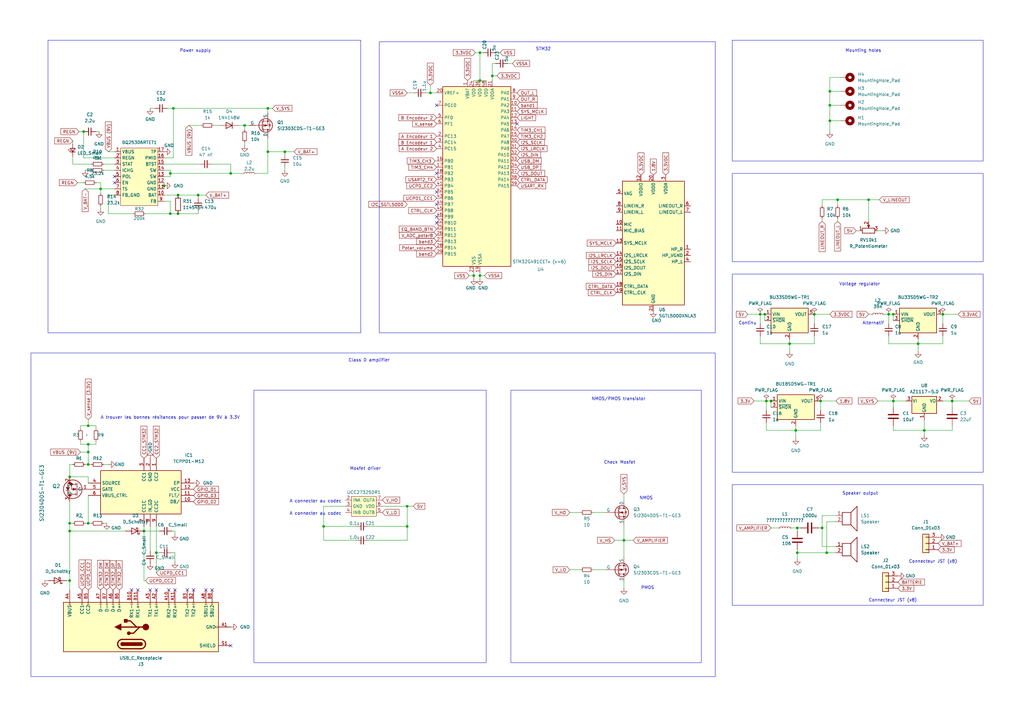
<source format=kicad_sch>
(kicad_sch (version 20230121) (generator eeschema)
  (paper "A3")
  (lib_symbols
    (symbol "Audio:SGTL5000XNLA3"
      (property "Reference" "U" (at 0 0 0))
      (property "Value" "SGTL5000XNLA3" (at -5.08 -27.94 0))
      (symbol "SGTL5000XNLA3_1_1"
        (pin output line (at 15.24 -2.54 180) (length 2.54) (name "HP_R") (number "1"))
        (pin input line (at -15.24 7.62 0) (length 2.54) (name "MIC") (number "10"))
        (pin input line (at -15.24 5.08 0) (length 2.54) (name "MIC_BIAS") (number "11"))
        (pin power_in line (at -5.08 27.94 270) (length 2.54) (name "VDDIO") (number "12"))
        (pin input line (at -15.24 0 0) (length 2.54) (name "SYS_MCLK") (number "13"))
        (pin input line (at -15.24 -5.08 0) (length 2.54) (name "I2S_LRCLK") (number "14"))
        (pin input line (at -15.24 -7.62 0) (length 2.54) (name "I2S_SCLK") (number "15"))
        (pin output line (at -15.24 -10.16 0) (length 2.54) (name "I2S_DOUT") (number "16"))
        (pin input line (at -15.24 -12.7 0) (length 2.54) (name "I2S_DIN") (number "17"))
        (pin input line (at -15.24 -17.78 0) (length 2.54) (name "CTRL_DATA") (number "18"))
        (pin input line (at -15.24 -20.32 0) (length 2.54) (name "CTRL_CLK") (number "19"))
        (pin power_out line (at 15.24 -5.08 180) (length 2.54) (name "HP_VGND") (number "2"))
        (pin power_in line (at 0 27.94 270) (length 2.54) (name "VDDD") (number "20"))
        (pin power_in line (at 0 -27.94 90) (length 2.54) (name "GND") (number "21"))
        (pin power_in line (at 5.08 27.94 270) (length 2.54) (name "VDDA") (number "3"))
        (pin output line (at 15.24 -7.62 180) (length 2.54) (name "HP_L") (number "4"))
        (pin passive line (at -15.24 20.32 0) (length 2.54) (name "VAG") (number "5"))
        (pin output line (at 15.24 15.24 180) (length 2.54) (name "LINEOUT_R") (number "6"))
        (pin output line (at 15.24 12.7 180) (length 2.54) (name "LINEOUT_L") (number "7"))
        (pin input line (at -15.24 15.24 0) (length 2.54) (name "LINEIN_R") (number "8"))
        (pin input line (at -15.24 12.7 0) (length 2.54) (name "LINEIN_L") (number "9"))
      )
    )
    (symbol "BQ25306RTET_1"
      (property "Reference" "BQ25306RTET" (at 0 4.572 0))
      (symbol "BQ25306RTET_1_1_1"
        (pin power_in line (at -10.16 0 0) (length 2.54) (name "VBUS") (number "1"))
        (pin power_in line (at 10.16 -17.78 180) (length 2.54) (name "BAT") (number "10"))
        (pin power_in line (at 10.16 -15.24 180) (length 2.54) (name "GND") (number "11"))
        (pin power_in line (at 10.16 -12.7 180) (length 2.54) (name "GND") (number "12"))
        (pin power_out line (at 10.16 -10.16 180) (length 2.54) (name "SW") (number "13"))
        (pin power_out line (at 10.16 -7.62 180) (length 2.54) (name "SW") (number "14"))
        (pin power_out line (at 10.16 -5.08 180) (length 2.54) (name "BTST") (number "15"))
        (pin power_out line (at 10.16 -2.54 180) (length 2.54) (name "PMID") (number "16"))
        (pin power_in line (at 10.16 0 180) (length 2.54) (name "TP") (number "17"))
        (pin power_in line (at -10.16 -2.54 0) (length 2.54) (name "REGN") (number "2"))
        (pin output line (at -10.16 -5.08 0) (length 2.54) (name "STAT") (number "3"))
        (pin output line (at -10.16 -7.62 0) (length 2.54) (name "ICHG") (number "4"))
        (pin input line (at -10.16 -10.16 0) (length 2.54) (name "POL") (number "5"))
        (pin input line (at -10.16 -12.7 0) (length 2.54) (name "EN") (number "6"))
        (pin input line (at -10.16 -15.24 0) (length 2.54) (name "TS") (number "7"))
        (pin input line (at -10.16 -17.78 0) (length 2.54) (name "FB_GND") (number "8"))
        (pin bidirectional line (at 10.16 -20.32 180) (length 2.54) (name "FB") (number "9"))
      )
    )
    (symbol "Connector:USB_C_Receptacle" (pin_names (offset 1.016))
      (property "Reference" "J" (at -10.16 29.21 0))
      (property "Value" "USB_C_Receptacle" (at 10.16 29.21 0))
      (symbol "USB_C_Receptacle_1_1"
        (pin passive line (at 0 -40.64 90) (length 5.08) (name "GND") (number "A1"))
        (pin bidirectional line (at 15.24 -15.24 180) (length 5.08) (name "RX2-") (number "A10"))
        (pin bidirectional line (at 15.24 -17.78 180) (length 5.08) (name "RX2+") (number "A11"))
        (pin passive line (at 0 -40.64 90) (length 5.08) hide (name "GND") (number "A12"))
        (pin bidirectional line (at 15.24 -10.16 180) (length 5.08) (name "TX1+") (number "A2"))
        (pin bidirectional line (at 15.24 -7.62 180) (length 5.08) (name "TX1-") (number "A3"))
        (pin passive line (at 15.24 25.4 180) (length 5.08) (name "VBUS") (number "A4"))
        (pin bidirectional line (at 15.24 20.32 180) (length 5.08) (name "CC1") (number "A5"))
        (pin bidirectional line (at 15.24 7.62 180) (length 5.08) (name "D+") (number "A6"))
        (pin bidirectional line (at 15.24 12.7 180) (length 5.08) (name "D-") (number "A7"))
        (pin bidirectional line (at 15.24 -30.48 180) (length 5.08) (name "SBU1") (number "A8"))
        (pin passive line (at 15.24 25.4 180) (length 5.08) hide (name "VBUS") (number "A9"))
        (pin passive line (at 0 -40.64 90) (length 5.08) hide (name "GND") (number "B1"))
        (pin bidirectional line (at 15.24 0 180) (length 5.08) (name "RX1-") (number "B10"))
        (pin bidirectional line (at 15.24 -2.54 180) (length 5.08) (name "RX1+") (number "B11"))
        (pin passive line (at 0 -40.64 90) (length 5.08) hide (name "GND") (number "B12"))
        (pin bidirectional line (at 15.24 -25.4 180) (length 5.08) (name "TX2+") (number "B2"))
        (pin bidirectional line (at 15.24 -22.86 180) (length 5.08) (name "TX2-") (number "B3"))
        (pin passive line (at 15.24 25.4 180) (length 5.08) hide (name "VBUS") (number "B4"))
        (pin bidirectional line (at 15.24 17.78 180) (length 5.08) (name "CC2") (number "B5"))
        (pin bidirectional line (at 15.24 5.08 180) (length 5.08) (name "D+") (number "B6"))
        (pin bidirectional line (at 15.24 10.16 180) (length 5.08) (name "D-") (number "B7"))
        (pin bidirectional line (at 15.24 -33.02 180) (length 5.08) (name "SBU2") (number "B8"))
        (pin passive line (at 15.24 25.4 180) (length 5.08) hide (name "VBUS") (number "B9"))
        (pin passive line (at -7.62 -40.64 90) (length 5.08) (name "SHIELD") (number "S1"))
      )
    )
    (symbol "Connector_Generic:Conn_01x03" (pin_names (offset 1.016) hide)
      (property "Reference" "J" (at 0 5.08 0))
      (property "Value" "Conn_01x03" (at 0 -5.08 0))
      (symbol "Conn_01x03_1_1"
        (pin passive line (at -5.08 2.54 0) (length 3.81) (name "Pin_1") (number "1"))
        (pin passive line (at -5.08 0 0) (length 3.81) (name "Pin_2") (number "2"))
        (pin passive line (at -5.08 -2.54 0) (length 3.81) (name "Pin_3") (number "3"))
      )
    )
    (symbol "Device:C" (pin_numbers hide) (pin_names (offset 0.254))
      (property "Reference" "C" (at 0.635 2.54 0))
      (property "Value" "C" (at 0.635 -2.54 0))
      (symbol "C_1_1"
        (pin passive line (at 0 3.81 270) (length 2.794) (name "~") (number "1"))
        (pin passive line (at 0 -3.81 90) (length 2.794) (name "~") (number "2"))
      )
    )
    (symbol "Device:C_Small" (pin_numbers hide) (pin_names (offset 0.254) hide)
      (property "Reference" "C" (at 0.254 1.778 0))
      (property "Value" "C_Small" (at 0.254 -2.032 0))
      (symbol "C_Small_1_1"
        (pin passive line (at 0 2.54 270) (length 2.032) (name "~") (number "1"))
        (pin passive line (at 0 -2.54 90) (length 2.032) (name "~") (number "2"))
      )
    )
    (symbol "Device:D_Schottky" (pin_numbers hide) (pin_names (offset 1.016) hide)
      (property "Reference" "D" (at 0 2.54 0))
      (property "Value" "D_Schottky" (at 0 -2.54 0))
      (symbol "D_Schottky_1_1"
        (pin passive line (at -3.81 0 0) (length 2.54) (name "K") (number "1"))
        (pin passive line (at 3.81 0 180) (length 2.54) (name "A") (number "2"))
      )
    )
    (symbol "Device:LED_Small" (pin_numbers hide) (pin_names (offset 0.254) hide)
      (property "Reference" "D" (at -1.27 3.175 0))
      (property "Value" "LED_Small" (at -4.445 -2.54 0))
      (symbol "LED_Small_1_1"
        (pin passive line (at -2.54 0 0) (length 1.778) (name "K") (number "1"))
        (pin passive line (at 2.54 0 180) (length 1.778) (name "A") (number "2"))
      )
    )
    (symbol "Device:L_Small" (pin_numbers hide) (pin_names (offset 0.254) hide)
      (property "Reference" "L" (at 0.762 1.016 0))
      (property "Value" "L_Small" (at 0.762 -1.016 0))
      (symbol "L_Small_1_1"
        (pin passive line (at 0 2.54 270) (length 0.508) (name "~") (number "1"))
        (pin passive line (at 0 -2.54 90) (length 0.508) (name "~") (number "2"))
      )
    )
    (symbol "Device:R" (pin_numbers hide) (pin_names (offset 0))
      (property "Reference" "R" (at 2.032 0 90))
      (property "Value" "R" (at 0 0 90))
      (symbol "R_1_1"
        (pin passive line (at 0 3.81 270) (length 1.27) (name "~") (number "1"))
        (pin passive line (at 0 -3.81 90) (length 1.27) (name "~") (number "2"))
      )
    )
    (symbol "Device:R_Potentiometer" (pin_names (offset 1.016) hide)
      (property "Reference" "RV" (at -4.445 0 90))
      (property "Value" "R_Potentiometer" (at -2.54 0 90))
      (symbol "R_Potentiometer_1_1"
        (pin passive line (at 0 3.81 270) (length 1.27) (name "1") (number "1"))
        (pin passive line (at 3.81 0 180) (length 1.27) (name "2") (number "2"))
        (pin passive line (at 0 -3.81 90) (length 1.27) (name "3") (number "3"))
      )
    )
    (symbol "Device:R_Small" (pin_numbers hide) (pin_names (offset 0.254) hide)
      (property "Reference" "R" (at 0.762 0.508 0))
      (property "Value" "R_Small" (at 0.762 -1.016 0))
      (symbol "R_Small_1_1"
        (pin passive line (at 0 2.54 270) (length 0.762) (name "~") (number "1"))
        (pin passive line (at 0 -2.54 90) (length 0.762) (name "~") (number "2"))
      )
    )
    (symbol "Device:Speaker" (pin_names (offset 0) hide)
      (property "Reference" "LS" (at 1.27 5.715 0))
      (property "Value" "Speaker" (at 1.27 3.81 0))
      (symbol "Speaker_1_1"
        (pin input line (at -5.08 0 0) (length 2.54) (name "1") (number "1"))
        (pin input line (at -5.08 -2.54 0) (length 2.54) (name "2") (number "2"))
      )
    )
    (symbol "Diode:1N4148W" (pin_numbers hide) (pin_names hide)
      (property "Reference" "D" (at 0 2.54 0))
      (property "Value" "1N4148W" (at 0 -2.54 0))
      (symbol "1N4148W_1_1"
        (pin passive line (at -3.81 0 0) (length 2.54) (name "K") (number "1"))
        (pin passive line (at 3.81 0 180) (length 2.54) (name "A") (number "2"))
      )
    )
    (symbol "MCU_ST_STM32G4:STM32G491CETx"
      (property "Reference" "U" (at -12.7 39.37 0))
      (property "Value" "STM32G491CETx" (at 10.16 39.37 0))
      (symbol "STM32G491CETx_1_1"
        (pin power_in line (at -2.54 40.64 270) (length 2.54) (name "VBAT") (number "1"))
        (pin bidirectional line (at 17.78 30.48 180) (length 2.54) (name "PA2") (number "10"))
        (pin bidirectional line (at 17.78 27.94 180) (length 2.54) (name "PA3") (number "11"))
        (pin bidirectional line (at 17.78 25.4 180) (length 2.54) (name "PA4") (number "12"))
        (pin bidirectional line (at 17.78 22.86 180) (length 2.54) (name "PA5") (number "13"))
        (pin bidirectional line (at 17.78 20.32 180) (length 2.54) (name "PA6") (number "14"))
        (pin bidirectional line (at 17.78 17.78 180) (length 2.54) (name "PA7") (number "15"))
        (pin bidirectional line (at -15.24 7.62 0) (length 2.54) (name "PB0") (number "16"))
        (pin bidirectional line (at -15.24 5.08 0) (length 2.54) (name "PB1") (number "17"))
        (pin bidirectional line (at -15.24 2.54 0) (length 2.54) (name "PB2") (number "18"))
        (pin power_in line (at 2.54 -38.1 90) (length 2.54) (name "VSSA") (number "19"))
        (pin bidirectional line (at -15.24 17.78 0) (length 2.54) (name "PC13") (number "2"))
        (pin input line (at -15.24 35.56 0) (length 2.54) (name "VREF+") (number "20"))
        (pin power_in line (at 7.62 40.64 270) (length 2.54) (name "VDDA") (number "21"))
        (pin bidirectional line (at -15.24 -17.78 0) (length 2.54) (name "PB10") (number "22"))
        (pin power_in line (at 0 -38.1 90) (length 2.54) (name "VSS") (number "23"))
        (pin power_in line (at 0 40.64 270) (length 2.54) (name "VDD") (number "24"))
        (pin bidirectional line (at -15.24 -20.32 0) (length 2.54) (name "PB11") (number "25"))
        (pin bidirectional line (at -15.24 -22.86 0) (length 2.54) (name "PB12") (number "26"))
        (pin bidirectional line (at -15.24 -25.4 0) (length 2.54) (name "PB13") (number "27"))
        (pin bidirectional line (at -15.24 -27.94 0) (length 2.54) (name "PB14") (number "28"))
        (pin bidirectional line (at -15.24 -30.48 0) (length 2.54) (name "PB15") (number "29"))
        (pin bidirectional line (at -15.24 15.24 0) (length 2.54) (name "PC14") (number "3"))
        (pin bidirectional line (at 17.78 15.24 180) (length 2.54) (name "PA8") (number "30"))
        (pin bidirectional line (at 17.78 12.7 180) (length 2.54) (name "PA9") (number "31"))
        (pin bidirectional line (at 17.78 10.16 180) (length 2.54) (name "PA10") (number "32"))
        (pin bidirectional line (at 17.78 7.62 180) (length 2.54) (name "PA11") (number "33"))
        (pin bidirectional line (at 17.78 5.08 180) (length 2.54) (name "PA12") (number "34"))
        (pin passive line (at 0 -38.1 90) (length 2.54) hide (name "VSS") (number "35"))
        (pin power_in line (at 2.54 40.64 270) (length 2.54) (name "VDD") (number "36"))
        (pin bidirectional line (at 17.78 2.54 180) (length 2.54) (name "PA13") (number "37"))
        (pin bidirectional line (at 17.78 0 180) (length 2.54) (name "PA14") (number "38"))
        (pin bidirectional line (at 17.78 -2.54 180) (length 2.54) (name "PA15") (number "39"))
        (pin bidirectional line (at -15.24 12.7 0) (length 2.54) (name "PC15") (number "4"))
        (pin bidirectional line (at -15.24 0 0) (length 2.54) (name "PB3") (number "40"))
        (pin bidirectional line (at -15.24 -2.54 0) (length 2.54) (name "PB4") (number "41"))
        (pin bidirectional line (at -15.24 -5.08 0) (length 2.54) (name "PB5") (number "42"))
        (pin bidirectional line (at -15.24 -7.62 0) (length 2.54) (name "PB6") (number "43"))
        (pin bidirectional line (at -15.24 -10.16 0) (length 2.54) (name "PB7") (number "44"))
        (pin bidirectional line (at -15.24 -12.7 0) (length 2.54) (name "PB8") (number "45"))
        (pin bidirectional line (at -15.24 -15.24 0) (length 2.54) (name "PB9") (number "46"))
        (pin passive line (at 0 -38.1 90) (length 2.54) hide (name "VSS") (number "47"))
        (pin power_in line (at 5.08 40.64 270) (length 2.54) (name "VDD") (number "48"))
        (pin bidirectional line (at -15.24 25.4 0) (length 2.54) (name "PF0") (number "5"))
        (pin bidirectional line (at -15.24 22.86 0) (length 2.54) (name "PF1") (number "6"))
        (pin bidirectional line (at -15.24 30.48 0) (length 2.54) (name "PG10") (number "7"))
        (pin bidirectional line (at 17.78 35.56 180) (length 2.54) (name "PA0") (number "8"))
        (pin bidirectional line (at 17.78 33.02 180) (length 2.54) (name "PA1") (number "9"))
      )
    )
    (symbol "Mechanical:MountingHole_Pad" (pin_numbers hide) (pin_names (offset 1.016) hide)
      (property "Reference" "H" (at 0 6.35 0))
      (property "Value" "MountingHole_Pad" (at 0 4.445 0))
      (symbol "MountingHole_Pad_1_1"
        (pin input line (at 0 -2.54 90) (length 2.54) (name "1") (number "1"))
      )
    )
    (symbol "Regulator_Linear:AZ1117-5.0" (pin_names (offset 0.254))
      (property "Reference" "U" (at -3.81 3.175 0))
      (property "Value" "AZ1117-5.0" (at 0 3.175 0))
      (symbol "AZ1117-5.0_1_1"
        (pin power_in line (at 0 -7.62 90) (length 2.54) (name "GND") (number "1"))
        (pin power_out line (at 7.62 0 180) (length 2.54) (name "VO") (number "2"))
        (pin power_in line (at -7.62 0 0) (length 2.54) (name "VI") (number "3"))
      )
    )
    (symbol "Regulator_Linear:MCP1802x-xx02xOT"
      (property "Reference" "U" (at -6.35 6.35 0))
      (property "Value" "MCP1802x-xx02xOT" (at 0 6.35 0))
      (symbol "MCP1802x-xx02xOT_1_1"
        (pin power_in line (at -10.16 2.54 0) (length 2.54) (name "VIN") (number "1"))
        (pin power_in line (at 0 -7.62 90) (length 2.54) (name "GND") (number "2"))
        (pin input line (at -10.16 0 0) (length 2.54) (name "~{SHDN}") (number "3"))
        (pin no_connect line (at 7.62 0 180) (length 2.54) hide (name "NC") (number "4"))
        (pin power_out line (at 10.16 2.54 180) (length 2.54) (name "VOUT") (number "5"))
      )
    )
    (symbol "SI2304DDS:SI2304DDS-T1-GE3" (pin_names (offset 0.254))
      (property "Reference" "Q" (at 11.43 1.905 0))
      (property "Value" "SI2304DDS-T1-GE3" (at 11.43 -2.54 0))
      (symbol "SI2304DDS-T1-GE3_0_1"
        (pin unspecified line (at 0 0 0) (length 2.54) (name "G") (number "1"))
        (pin unspecified line (at 7.62 -5.08 90) (length 2.54) (name "S") (number "2"))
        (pin unspecified line (at 7.62 5.08 270) (length 2.54) (name "D") (number "3"))
      )
    )
    (symbol "Simulation_SPICE:NMOS" (pin_numbers hide) (pin_names (offset 0))
      (property "Reference" "Q" (at 5.08 1.27 0))
      (property "Value" "NMOS" (at 5.08 -1.27 0))
      (symbol "NMOS_1_1"
        (pin passive line (at 2.54 5.08 270) (length 2.54) (name "D") (number "1"))
        (pin input line (at -5.08 0 0) (length 2.54) (name "G") (number "2"))
        (pin passive line (at 2.54 -5.08 90) (length 2.54) (name "S") (number "3"))
      )
    )
    (symbol "Simulation_SPICE:PMOS" (pin_numbers hide) (pin_names (offset 0))
      (property "Reference" "Q" (at 5.08 1.27 0))
      (property "Value" "PMOS" (at 5.08 -1.27 0))
      (symbol "PMOS_1_1"
        (pin passive line (at 2.54 5.08 270) (length 2.54) (name "D") (number "1"))
        (pin input line (at -5.08 0 0) (length 2.54) (name "G") (number "2"))
        (pin passive line (at 2.54 -5.08 90) (length 2.54) (name "S") (number "3"))
      )
    )
    (symbol "TCPP01:TCPP01-M12"
      (property "Reference" "IC" (at 24.13 15.24 0))
      (property "Value" "TCPP01-M12" (at 24.13 12.7 0))
      (symbol "TCPP01-M12_1_1"
        (pin passive line (at 0 0 0) (length 5.08) (name "CC2") (number "1"))
        (pin passive line (at 17.78 15.24 270) (length 5.08) (name "DB/") (number "10"))
        (pin passive line (at 15.24 15.24 270) (length 5.08) (name "FLT/") (number "11"))
        (pin passive line (at 12.7 15.24 270) (length 5.08) (name "VCC") (number "12"))
        (pin passive line (at 10.16 15.24 270) (length 5.08) (name "EP") (number "13"))
        (pin passive line (at 0 -2.54 0) (length 5.08) (name "GND") (number "2"))
        (pin passive line (at 0 -5.08 0) (length 5.08) (name "CC1") (number "3"))
        (pin passive line (at 10.16 -27.94 90) (length 5.08) (name "SOURCE") (number "4"))
        (pin passive line (at 12.7 -27.94 90) (length 5.08) (name "GATE") (number "5"))
        (pin passive line (at 15.24 -27.94 90) (length 5.08) (name "VBUS_CTRL") (number "6"))
        (pin passive line (at 27.94 -5.08 180) (length 5.08) (name "CC1C") (number "7"))
        (pin passive line (at 27.94 -2.54 180) (length 5.08) (name "IN_GD") (number "8"))
        (pin passive line (at 27.94 0 180) (length 5.08) (name "CC2C") (number "9"))
      )
    )
    (symbol "UCC27325DR:UCC27325DR"
      (property "Reference" "UCC27325DR" (at 0.762 4.826 0))
      (symbol "UCC27325DR_1_1"
        (pin input line (at -7.62 0 0) (length 2.54) (name "INA") (number "2"))
        (pin power_in line (at -7.62 -2.54 0) (length 2.54) (name "GND") (number "3"))
        (pin input line (at -7.62 -5.08 0) (length 2.54) (name "INB") (number "4"))
        (pin output line (at 7.62 -5.08 180) (length 2.54) (name "OUTB") (number "5"))
        (pin power_in line (at 7.62 -2.54 180) (length 2.54) (name "VDD") (number "6"))
        (pin output line (at 7.62 0 180) (length 2.54) (name "OUTA") (number "7"))
      )
    )
    (symbol "power:GND" (power) (pin_names (offset 0))
      (property "Value" "GND" (at 0 -3.81 0))
      (symbol "GND_1_1"
        (pin power_in line (at 0 0 270) (length 0) hide (name "GND") (number "1"))
      )
    )
    (symbol "power:PWR_FLAG" (power) (pin_numbers hide) (pin_names (offset 0) hide)
      (property "Value" "PWR_FLAG" (at 0 3.81 0))
      (symbol "PWR_FLAG_0_0"
        (pin power_out line (at 0 0 90) (length 0) (name "pwr") (number "1"))
      )
    )
  )
  (junction (at 36.195 185.42))
  (junction (at 390.525 164.465))
  (junction (at 73.025 80.01))
  (junction (at 116.84 62.23))
  (junction (at 340.36 49.53))
  (junction (at 376.555 140.97))
  (junction (at 28.575 217.805))
  (junction (at 41.275 77.47))
  (junction (at 69.85 71.12))
  (junction (at 366.395 164.465))
  (junction (at 343.535 81.915))
  (junction (at 109.855 44.45))
  (junction (at 313.69 128.905))
  (junction (at 314.325 164.465))
  (junction (at 327.025 226.695))
  (junction (at 167.005 215.9))
  (junction (at 64.135 226.695))
  (junction (at 194.31 113.03))
  (junction (at 201.93 31.115))
  (junction (at 386.715 128.905))
  (junction (at 316.23 164.465))
  (junction (at 94.615 71.12))
  (junction (at 34.29 53.975))
  (junction (at 36.195 214.63))
  (junction (at 69.85 87.63))
  (junction (at 327.025 216.535))
  (junction (at 196.85 33.02))
  (junction (at 73.025 87.63))
  (junction (at 323.85 140.97))
  (junction (at 28.575 195.58))
  (junction (at 59.055 217.805))
  (junction (at 336.55 164.465))
  (junction (at 132.715 215.9))
  (junction (at 71.12 44.45))
  (junction (at 176.53 38.1))
  (junction (at 196.85 21.59))
  (junction (at 36.195 190.5))
  (junction (at 28.575 238.125))
  (junction (at 326.39 176.53))
  (junction (at 81.28 80.01))
  (junction (at 339.09 226.695))
  (junction (at 334.01 128.905))
  (junction (at 337.185 216.535))
  (junction (at 196.85 113.03))
  (junction (at 364.49 128.905))
  (junction (at 67.31 76.2))
  (junction (at 167.005 207.645))
  (junction (at 379.095 176.53))
  (junction (at 255.905 221.615))
  (junction (at 340.36 37.465))
  (junction (at 36.195 174.625))
  (junction (at 109.855 62.23))
  (junction (at 100.33 51.435))
  (junction (at 36.195 182.245))
  (junction (at 311.785 128.905))
  (junction (at 28.575 214.63))
  (junction (at 356.235 81.915))
  (junction (at 366.395 128.905))
  (junction (at 340.36 43.18))
  (no_connect (at 94.615 264.795))
  (no_connect (at 179.07 91.44))
  (no_connect (at 76.835 241.935))
  (no_connect (at 179.07 83.82))
  (no_connect (at 71.755 241.935))
  (no_connect (at 56.515 241.935))
  (no_connect (at 179.07 43.18))
  (no_connect (at 79.375 241.935))
  (no_connect (at 53.975 241.935))
  (no_connect (at 46.99 72.39))
  (no_connect (at 179.07 78.74))
  (no_connect (at 86.995 241.935))
  (no_connect (at 179.07 88.9))
  (no_connect (at 64.135 241.935))
  (no_connect (at 61.595 241.935))
  (no_connect (at 212.09 50.8))
  (no_connect (at 84.455 241.935))
  (no_connect (at 46.99 74.93))
  (no_connect (at 69.215 241.935))
  (no_connect (at 179.07 71.12))
  (wire (pts (xy 37.465 67.31) (xy 29.845 67.31)))
  (wire (pts (xy 29.845 57.785) (xy 29.845 59.055)))
  (wire (pts (xy 311.785 128.905) (xy 311.785 132.715)))
  (wire (pts (xy 94.615 67.31) (xy 94.615 71.12)))
  (wire (pts (xy 36.195 174.625) (xy 36.195 172.085)))
  (wire (pts (xy 27.305 238.125) (xy 28.575 238.125)))
  (wire (pts (xy 73.025 86.36) (xy 73.025 87.63)))
  (wire (pts (xy 18.415 238.125) (xy 19.685 238.125)))
  (wire (pts (xy 67.31 80.01) (xy 73.025 80.01)))
  (wire (pts (xy 104.775 71.12) (xy 109.855 71.12)))
  (wire (pts (xy 390.525 164.465) (xy 390.525 167.005)))
  (wire (pts (xy 151.13 221.615) (xy 167.005 221.615)))
  (wire (pts (xy 34.29 64.77) (xy 46.99 64.77)))
  (wire (pts (xy 59.055 238.125) (xy 59.055 217.805)))
  (wire (pts (xy 41.275 84.455) (xy 41.275 85.725)))
  (wire (pts (xy 64.135 226.695) (xy 65.405 226.695)))
  (wire (pts (xy 174.625 38.1) (xy 176.53 38.1)))
  (wire (pts (xy 67.31 82.55) (xy 69.85 82.55)))
  (wire (pts (xy 379.095 172.085) (xy 379.095 176.53)))
  (wire (pts (xy 132.715 221.615) (xy 146.05 221.615)))
  (wire (pts (xy 28.575 205.74) (xy 28.575 214.63)))
  (wire (pts (xy 364.49 140.97) (xy 376.555 140.97)))
  (wire (pts (xy 33.02 180.975) (xy 33.02 182.245)))
  (wire (pts (xy 203.835 31.115) (xy 201.93 31.115)))
  (wire (pts (xy 68.58 44.45) (xy 71.12 44.45)))
  (wire (pts (xy 327.025 216.535) (xy 328.295 216.535)))
  (wire (pts (xy 334.01 128.905) (xy 334.01 132.715)))
  (wire (pts (xy 87.63 51.435) (xy 90.17 51.435)))
  (wire (pts (xy 69.85 69.85) (xy 69.85 71.12)))
  (wire (pts (xy 342.9 213.995) (xy 339.09 213.995)))
  (wire (pts (xy 208.28 26.035) (xy 210.185 26.035)))
  (wire (pts (xy 36.195 190.5) (xy 37.465 190.5)))
  (wire (pts (xy 323.85 140.97) (xy 334.01 140.97)))
  (wire (pts (xy 36.195 195.58) (xy 28.575 195.58)))
  (wire (pts (xy 67.31 72.39) (xy 69.85 72.39)))
  (wire (pts (xy 33.02 174.625) (xy 33.02 175.895)))
  (wire (pts (xy 67.31 74.93) (xy 67.31 76.2)))
  (wire (pts (xy 306.705 128.905) (xy 311.785 128.905)))
  (wire (pts (xy 70.485 226.695) (xy 71.755 226.695)))
  (wire (pts (xy 59.055 215.9) (xy 59.055 217.805)))
  (wire (pts (xy 73.025 87.63) (xy 81.28 87.63)))
  (wire (pts (xy 116.84 68.58) (xy 116.84 69.85)))
  (wire (pts (xy 59.69 238.125) (xy 59.055 238.125)))
  (wire (pts (xy 34.925 214.63) (xy 36.195 214.63)))
  (wire (pts (xy 39.37 74.93) (xy 41.275 74.93)))
  (wire (pts (xy 201.93 26.035) (xy 203.2 26.035)))
  (wire (pts (xy 28.575 190.5) (xy 29.845 190.5)))
  (wire (pts (xy 39.37 53.975) (xy 40.64 53.975)))
  (wire (pts (xy 343.535 81.915) (xy 343.535 84.455)))
  (wire (pts (xy 336.55 173.355) (xy 336.55 176.53)))
  (wire (pts (xy 390.525 176.53) (xy 390.525 174.625)))
  (wire (pts (xy 28.575 190.5) (xy 28.575 195.58)))
  (wire (pts (xy 33.02 174.625) (xy 36.195 174.625)))
  (wire (pts (xy 371.475 164.465) (xy 366.395 164.465)))
  (wire (pts (xy 356.235 81.915) (xy 356.235 90.805)))
  (wire (pts (xy 364.49 128.905) (xy 364.49 132.715)))
  (wire (pts (xy 194.31 113.03) (xy 194.31 114.3)))
  (wire (pts (xy 44.45 80.01) (xy 46.99 80.01)))
  (wire (pts (xy 194.945 21.59) (xy 196.85 21.59)))
  (wire (pts (xy 28.575 217.805) (xy 28.575 238.125)))
  (wire (pts (xy 29.845 214.63) (xy 28.575 214.63)))
  (wire (pts (xy 67.31 64.77) (xy 71.12 64.77)))
  (wire (pts (xy 309.245 164.465) (xy 314.325 164.465)))
  (wire (pts (xy 109.855 56.515) (xy 109.855 62.23)))
  (wire (pts (xy 28.575 214.63) (xy 28.575 217.805)))
  (wire (pts (xy 386.715 128.905) (xy 393.065 128.905)))
  (wire (pts (xy 356.235 128.905) (xy 357.505 128.905)))
  (wire (pts (xy 132.715 215.9) (xy 132.715 221.615)))
  (wire (pts (xy 36.195 198.12) (xy 36.195 195.58)))
  (wire (pts (xy 69.85 87.63) (xy 73.025 87.63)))
  (wire (pts (xy 34.29 53.975) (xy 34.29 64.77)))
  (wire (pts (xy 97.79 51.435) (xy 100.33 51.435)))
  (wire (pts (xy 337.185 224.155) (xy 342.9 224.155)))
  (wire (pts (xy 337.185 216.535) (xy 337.185 211.455)))
  (wire (pts (xy 339.09 213.995) (xy 339.09 226.695)))
  (wire (pts (xy 255.905 221.615) (xy 255.905 228.6)))
  (wire (pts (xy 42.545 69.85) (xy 46.99 69.85)))
  (wire (pts (xy 327.025 225.425) (xy 327.025 226.695)))
  (wire (pts (xy 73.025 80.01) (xy 81.28 80.01)))
  (wire (pts (xy 132.715 207.645) (xy 132.715 215.9)))
  (wire (pts (xy 116.84 62.23) (xy 116.84 63.5)))
  (wire (pts (xy 194.31 111.76) (xy 194.31 113.03)))
  (wire (pts (xy 337.185 216.535) (xy 337.185 224.155)))
  (wire (pts (xy 167.005 38.1) (xy 169.545 38.1)))
  (wire (pts (xy 316.23 216.535) (xy 319.405 216.535)))
  (wire (pts (xy 32.385 53.975) (xy 34.29 53.975)))
  (wire (pts (xy 44.45 80.01) (xy 44.45 87.63)))
  (wire (pts (xy 340.36 31.75) (xy 344.805 31.75)))
  (wire (pts (xy 252.095 221.615) (xy 255.905 221.615)))
  (wire (pts (xy 69.85 71.12) (xy 69.85 72.39)))
  (wire (pts (xy 33.02 185.42) (xy 36.195 185.42)))
  (wire (pts (xy 192.405 113.03) (xy 194.31 113.03)))
  (wire (pts (xy 71.12 44.45) (xy 109.855 44.45)))
  (wire (pts (xy 77.47 51.435) (xy 82.55 51.435)))
  (wire (pts (xy 326.39 176.53) (xy 336.55 176.53)))
  (wire (pts (xy 343.535 81.915) (xy 356.235 81.915)))
  (wire (pts (xy 364.49 137.795) (xy 364.49 140.97)))
  (wire (pts (xy 59.69 87.63) (xy 69.85 87.63)))
  (wire (pts (xy 34.925 69.85) (xy 37.465 69.85)))
  (wire (pts (xy 356.235 81.915) (xy 360.68 81.915)))
  (wire (pts (xy 196.85 111.76) (xy 196.85 113.03)))
  (wire (pts (xy 176.53 34.925) (xy 176.53 38.1)))
  (wire (pts (xy 39.37 180.975) (xy 39.37 182.245)))
  (wire (pts (xy 366.395 174.625) (xy 366.395 176.53)))
  (wire (pts (xy 42.545 214.63) (xy 43.815 214.63)))
  (wire (pts (xy 36.195 182.245) (xy 36.195 185.42)))
  (wire (pts (xy 29.845 64.135) (xy 29.845 67.31)))
  (wire (pts (xy 243.205 233.68) (xy 248.285 233.68)))
  (wire (pts (xy 327.025 226.695) (xy 339.09 226.695)))
  (wire (pts (xy 335.915 216.535) (xy 337.185 216.535)))
  (wire (pts (xy 81.28 80.01) (xy 81.28 81.28)))
  (wire (pts (xy 311.785 140.97) (xy 323.85 140.97)))
  (wire (pts (xy 167.005 215.9) (xy 167.005 221.615)))
  (wire (pts (xy 109.855 62.23) (xy 109.855 71.12)))
  (wire (pts (xy 116.84 62.23) (xy 120.65 62.23)))
  (wire (pts (xy 336.55 164.465) (xy 342.9 164.465)))
  (wire (pts (xy 311.785 128.905) (xy 313.69 128.905)))
  (wire (pts (xy 326.39 176.53) (xy 326.39 179.705)))
  (wire (pts (xy 233.68 210.185) (xy 238.125 210.185)))
  (wire (pts (xy 337.185 211.455) (xy 342.9 211.455)))
  (wire (pts (xy 390.525 164.465) (xy 397.51 164.465)))
  (wire (pts (xy 100.33 58.42) (xy 100.33 59.69)))
  (wire (pts (xy 376.555 140.97) (xy 376.555 144.145)))
  (wire (pts (xy 340.36 49.53) (xy 340.36 53.975)))
  (wire (pts (xy 313.69 128.905) (xy 313.69 131.445)))
  (wire (pts (xy 205.105 21.59) (xy 203.2 21.59)))
  (wire (pts (xy 156.845 207.645) (xy 167.005 207.645)))
  (wire (pts (xy 360.045 94.615) (xy 361.95 94.615)))
  (wire (pts (xy 366.395 176.53) (xy 379.095 176.53)))
  (wire (pts (xy 41.275 77.47) (xy 41.275 79.375)))
  (wire (pts (xy 81.28 86.36) (xy 81.28 87.63)))
  (wire (pts (xy 340.36 37.465) (xy 340.36 43.18)))
  (wire (pts (xy 28.575 238.125) (xy 28.575 241.935)))
  (wire (pts (xy 364.49 128.905) (xy 366.395 128.905)))
  (wire (pts (xy 196.85 21.59) (xy 196.85 33.02)))
  (wire (pts (xy 109.855 62.23) (xy 116.84 62.23)))
  (wire (pts (xy 201.93 31.115) (xy 201.93 33.02)))
  (wire (pts (xy 31.75 74.93) (xy 34.29 74.93)))
  (wire (pts (xy 334.01 137.795) (xy 334.01 140.97)))
  (wire (pts (xy 167.005 207.645) (xy 167.005 215.9)))
  (wire (pts (xy 196.85 113.03) (xy 196.85 114.3)))
  (wire (pts (xy 323.85 139.065) (xy 323.85 140.97)))
  (wire (pts (xy 194.31 33.02) (xy 196.85 33.02)))
  (wire (pts (xy 340.36 43.18) (xy 340.36 49.53)))
  (wire (pts (xy 340.36 37.465) (xy 344.805 37.465)))
  (wire (pts (xy 64.135 226.695) (xy 64.135 234.95)))
  (wire (pts (xy 386.715 137.795) (xy 386.715 140.97)))
  (wire (pts (xy 81.28 80.01) (xy 84.455 80.01)))
  (wire (pts (xy 33.02 182.245) (xy 36.195 182.245)))
  (wire (pts (xy 255.905 202.565) (xy 255.905 205.105)))
  (wire (pts (xy 314.325 176.53) (xy 326.39 176.53)))
  (wire (pts (xy 151.13 215.9) (xy 167.005 215.9)))
  (wire (pts (xy 198.12 21.59) (xy 196.85 21.59)))
  (wire (pts (xy 34.925 190.5) (xy 36.195 190.5)))
  (wire (pts (xy 42.545 190.5) (xy 44.45 190.5)))
  (wire (pts (xy 109.855 44.45) (xy 109.855 46.355)))
  (wire (pts (xy 343.535 81.915) (xy 337.185 81.915)))
  (wire (pts (xy 36.195 203.2) (xy 36.195 214.63)))
  (wire (pts (xy 61.595 44.45) (xy 63.5 44.45)))
  (wire (pts (xy 339.09 226.695) (xy 342.9 226.695)))
  (wire (pts (xy 65.405 217.805) (xy 59.055 217.805)))
  (wire (pts (xy 61.595 215.9) (xy 61.595 226.06)))
  (wire (pts (xy 255.905 238.76) (xy 255.905 241.3)))
  (wire (pts (xy 179.07 66.04) (xy 178.435 66.04)))
  (wire (pts (xy 327.025 216.535) (xy 327.025 217.805)))
  (wire (pts (xy 340.36 43.18) (xy 344.805 43.18)))
  (wire (pts (xy 366.395 128.905) (xy 366.395 131.445)))
  (wire (pts (xy 42.545 67.31) (xy 46.99 67.31)))
  (wire (pts (xy 340.36 31.75) (xy 340.36 37.465)))
  (wire (pts (xy 326.39 174.625) (xy 326.39 176.53)))
  (wire (pts (xy 233.68 233.68) (xy 238.125 233.68)))
  (wire (pts (xy 73.025 80.01) (xy 73.025 81.28)))
  (wire (pts (xy 337.185 89.535) (xy 337.185 90.805)))
  (wire (pts (xy 28.575 217.805) (xy 51.435 217.805)))
  (wire (pts (xy 44.45 87.63) (xy 54.61 87.63)))
  (wire (pts (xy 243.205 210.185) (xy 248.285 210.185)))
  (wire (pts (xy 337.185 81.915) (xy 337.185 84.455)))
  (wire (pts (xy 67.31 76.2) (xy 67.31 77.47)))
  (wire (pts (xy 41.275 77.47) (xy 46.99 77.47)))
  (wire (pts (xy 69.85 82.55) (xy 69.85 87.63)))
  (wire (pts (xy 314.325 164.465) (xy 316.23 164.465)))
  (wire (pts (xy 71.755 217.805) (xy 71.755 219.075)))
  (wire (pts (xy 336.55 164.465) (xy 336.55 168.275)))
  (wire (pts (xy 379.095 176.53) (xy 379.095 178.435)))
  (wire (pts (xy 100.33 51.435) (xy 100.33 53.34)))
  (wire (pts (xy 132.715 207.645) (xy 141.605 207.645)))
  (wire (pts (xy 201.93 31.115) (xy 201.93 26.035)))
  (wire (pts (xy 323.85 140.97) (xy 323.85 144.145)))
  (wire (pts (xy 64.135 215.9) (xy 64.135 226.695)))
  (wire (pts (xy 69.85 71.12) (xy 94.615 71.12)))
  (wire (pts (xy 44.45 62.23) (xy 46.99 62.23)))
  (wire (pts (xy 376.555 139.065) (xy 376.555 140.97)))
  (wire (pts (xy 36.195 214.63) (xy 37.465 214.63)))
  (wire (pts (xy 324.485 216.535) (xy 327.025 216.535)))
  (wire (pts (xy 109.855 44.45) (xy 111.76 44.45)))
  (wire (pts (xy 360.045 164.465) (xy 366.395 164.465)))
  (wire (pts (xy 67.31 67.31) (xy 81.915 67.31)))
  (wire (pts (xy 340.36 49.53) (xy 344.805 49.53)))
  (wire (pts (xy 351.155 94.615) (xy 352.425 94.615)))
  (wire (pts (xy 255.905 221.615) (xy 259.715 221.615)))
  (wire (pts (xy 196.85 33.02) (xy 199.39 33.02)))
  (wire (pts (xy 36.195 174.625) (xy 39.37 174.625)))
  (wire (pts (xy 379.095 176.53) (xy 390.525 176.53)))
  (wire (pts (xy 94.615 71.12) (xy 99.695 71.12)))
  (wire (pts (xy 86.995 67.31) (xy 94.615 67.31)))
  (wire (pts (xy 67.31 69.85) (xy 69.85 69.85)))
  (wire (pts (xy 100.33 51.435) (xy 102.235 51.435)))
  (wire (pts (xy 71.12 44.45) (xy 71.12 64.77)))
  (wire (pts (xy 167.005 207.645) (xy 169.545 207.645)))
  (wire (pts (xy 132.715 215.9) (xy 146.05 215.9)))
  (wire (pts (xy 316.23 164.465) (xy 316.23 167.005)))
  (wire (pts (xy 41.275 77.47) (xy 41.275 74.93)))
  (wire (pts (xy 343.535 89.535) (xy 343.535 90.805)))
  (wire (pts (xy 314.325 173.355) (xy 314.325 176.53)))
  (wire (pts (xy 366.395 164.465) (xy 366.395 167.005)))
  (wire (pts (xy 334.01 128.905) (xy 340.36 128.905)))
  (wire (pts (xy 39.37 174.625) (xy 39.37 175.895)))
  (wire (pts (xy 362.585 128.905) (xy 364.49 128.905)))
  (wire (pts (xy 71.755 226.695) (xy 71.755 230.505)))
  (wire (pts (xy 314.325 164.465) (xy 314.325 168.275)))
  (wire (pts (xy 376.555 140.97) (xy 386.715 140.97)))
  (wire (pts (xy 386.715 128.905) (xy 386.715 132.715)))
  (wire (pts (xy 36.195 182.245) (xy 39.37 182.245)))
  (wire (pts (xy 198.755 113.03) (xy 196.85 113.03)))
  (wire (pts (xy 311.785 137.795) (xy 311.785 140.97)))
  (wire (pts (xy 386.715 164.465) (xy 390.525 164.465)))
  (wire (pts (xy 70.485 217.805) (xy 71.755 217.805)))
  (wire (pts (xy 176.53 38.1) (xy 179.07 38.1)))
  (wire (pts (xy 327.025 226.695) (xy 327.025 229.235)))
  (wire (pts (xy 36.195 185.42) (xy 36.195 190.5)))
  (wire (pts (xy 255.905 215.265) (xy 255.905 221.615)))
  (wire (pts (xy 34.925 77.47) (xy 41.275 77.47)))
  (rectangle (start 209.55 160.02) (end 287.655 271.78))
  (rectangle (start 155.575 17.145) (end 293.37 136.525))
  (rectangle (start 300.355 198.755) (end 403.225 248.285))
  (rectangle (start 12.7 144.78) (end 293.37 277.495))
  (rectangle (start 300.355 71.12) (end 403.225 107.315))
  (rectangle (start 104.14 160.02) (end 199.39 271.78))
  (rectangle (start 300.355 112.395) (end 403.225 193.675))
  (rectangle (start 300.355 16.51) (end 403.225 66.04))
  (rectangle (start 19.685 16.51) (end 147.955 136.525))
  (text "Mounting holes" (at 346.71 21.59 0) (effects (font (size 1.27 1.27)) (justify left bottom)))
  (text "Continu\n" (at 302.895 133.35 0) (effects (font (size 1.27 1.27)) (justify left bottom)))
  (text "Voltage regulator\n\n" (at 344.17 119.38 0) (effects (font (size 1.27 1.27)) (justify left bottom)))
  (text "PMOS" (at 262.89 241.935 0) (effects (font (size 1.27 1.27)) (justify left bottom)))
  (text "STM32\n" (at 219.71 20.955 0) (effects (font (size 1.27 1.27)) (justify left bottom)))
  (text "Class D amplifier\n" (at 142.875 148.59 0) (effects (font (size 1.27 1.27)) (justify left bottom)))
  (text "Alternatif\n" (at 353.695 133.35 0) (effects (font (size 1.27 1.27)) (justify left bottom)))
  (text "A connecter au codec\n" (at 118.745 211.455 0) (effects (font (size 1.27 1.27)) (justify left bottom)))
  (text "A connecter au codec\n" (at 118.745 206.375 0) (effects (font (size 1.27 1.27)) (justify left bottom)))
  (text "Connecteur JST (x8)\n" (at 372.745 231.14 0) (effects (font (size 1.27 1.27)) (justify left bottom)))
  (text "NMOS\n" (at 262.255 205.105 0) (effects (font (size 1.27 1.27)) (justify left bottom)))
  (text "Mosfet driver\n" (at 143.51 193.04 0) (effects (font (size 1.27 1.27)) (justify left bottom)))
  (text "A trouver les bonnes résitances pour passer de 9V à 3.3V" (at 41.275 172.085 0) (effects (font (size 1.27 1.27)) (justify left bottom)))
  (text "Connecteur JST (x8)\n" (at 356.235 247.015 0) (effects (font (size 1.27 1.27)) (justify left bottom)))
  (text "NMOS/PMOS transistor\n" (at 242.57 164.465 0) (effects (font (size 1.27 1.27)) (justify left bottom)))
  (text "Check Mosfet\n" (at 247.65 190.5 0) (effects (font (size 1.27 1.27)) (justify left bottom)))
  (text "Speaker output\n" (at 345.44 203.2 0) (effects (font (size 1.27 1.27)) (justify left bottom)))
  (text "Power supply\n" (at 73.66 21.59 0) (effects (font (size 1.27 1.27)) (justify left bottom)))
  (global_label "5V" (shape input) (at 169.545 207.645 0) (property "Intersheetrefs" "${INTERSHEET_REFS}" (effects hide)))
  (global_label "B Encodeur 2" (shape input) (at 179.07 48.26 180) (property "Intersheetrefs" "${INTERSHEET_REFS}" (effects hide)))
  (global_label "1.8V" (shape input) (at 342.9 164.465 0) (property "Intersheetrefs" "${INTERSHEET_REFS}" (effects hide)))
  (global_label "USB_DP" (shape input) (at 212.09 68.58 0) (property "Intersheetrefs" "${INTERSHEET_REFS}" (effects hide)))
  (global_label "5V" (shape input) (at 397.51 164.465 0) (property "Intersheetrefs" "${INTERSHEET_REFS}" (effects hide)))
  (global_label "V_HO" (shape input) (at 233.68 210.185 180) (property "Intersheetrefs" "${INTERSHEET_REFS}" (effects hide)))
  (global_label "3.3VDC" (shape input) (at 176.53 34.925 90) (property "Intersheetrefs" "${INTERSHEET_REFS}" (effects hide)))
  (global_label "I2C_SGTL5000" (shape input) (at 167.005 83.82 180) (property "Intersheetrefs" "${INTERSHEET_REFS}" (effects hide)))
  (global_label "3.3VDC" (shape input) (at 340.36 128.905 0) (property "Intersheetrefs" "${INTERSHEET_REFS}" (effects hide)))
  (global_label "LIGHT" (shape input) (at 212.09 48.26 0) (property "Intersheetrefs" "${INTERSHEET_REFS}" (effects hide)))
  (global_label "USART_RX" (shape input) (at 212.09 76.2 0) (property "Intersheetrefs" "${INTERSHEET_REFS}" (effects hide)))
  (global_label "A Encodeur 2" (shape input) (at 179.07 60.96 180) (property "Intersheetrefs" "${INTERSHEET_REFS}" (effects hide)))
  (global_label "STM32_DM" (shape input) (at 43.815 241.935 90) (property "Intersheetrefs" "${INTERSHEET_REFS}" (effects hide)))
  (global_label "VBUS (9V)" (shape input) (at 44.45 62.23 90) (property "Intersheetrefs" "${INTERSHEET_REFS}" (effects hide)))
  (global_label "B Encodeur 1" (shape input) (at 179.07 58.42 180) (property "Intersheetrefs" "${INTERSHEET_REFS}" (effects hide)))
  (global_label "I2S_SCLK" (shape input) (at 252.73 107.315 180) (property "Intersheetrefs" "${INTERSHEET_REFS}" (effects hide)))
  (global_label "GPIO_02" (shape input) (at 79.375 205.74 0) (property "Intersheetrefs" "${INTERSHEET_REFS}" (effects hide)))
  (global_label "V_LO" (shape input) (at 233.68 233.68 180) (property "Intersheetrefs" "${INTERSHEET_REFS}" (effects hide)))
  (global_label "3.3VDC" (shape input) (at 194.945 21.59 180) (property "Intersheetrefs" "${INTERSHEET_REFS}" (effects hide)))
  (global_label "5V" (shape input) (at 351.155 94.615 180) (property "Intersheetrefs" "${INTERSHEET_REFS}" (effects hide)))
  (global_label "V_BAT-" (shape input) (at 34.925 77.47 270) (property "Intersheetrefs" "${INTERSHEET_REFS}" (effects hide)))
  (global_label "UCPD_CC2" (shape input) (at 59.69 238.125 0) (property "Intersheetrefs" "${INTERSHEET_REFS}" (effects hide)))
  (global_label "LINEOUT_R" (shape input) (at 337.185 90.805 270) (property "Intersheetrefs" "${INTERSHEET_REFS}" (effects hide)))
  (global_label "VSSA" (shape input) (at 167.005 38.1 180) (property "Intersheetrefs" "${INTERSHEET_REFS}" (effects hide)))
  (global_label "3.3VDC" (shape input) (at 203.835 31.115 0) (property "Intersheetrefs" "${INTERSHEET_REFS}" (effects hide)))
  (global_label "VSSA" (shape input) (at 198.755 113.03 0) (property "Intersheetrefs" "${INTERSHEET_REFS}" (effects hide)))
  (global_label "CC1_STM32" (shape input) (at 59.055 187.96 90) (property "Intersheetrefs" "${INTERSHEET_REFS}" (effects hide)))
  (global_label "REGN" (shape input) (at 29.845 57.785 180) (property "Intersheetrefs" "${INTERSHEET_REFS}" (effects hide)))
  (global_label "CTRL_DATA" (shape input) (at 212.09 73.66 0) (property "Intersheetrefs" "${INTERSHEET_REFS}" (effects hide)))
  (global_label "I2S_LRCLK" (shape input) (at 252.73 104.775 180) (property "Intersheetrefs" "${INTERSHEET_REFS}" (effects hide)))
  (global_label "REGN" (shape input) (at 31.75 74.93 180) (property "Intersheetrefs" "${INTERSHEET_REFS}" (effects hide)))
  (global_label "TIM3_CH4" (shape input) (at 179.07 68.58 180) (property "Intersheetrefs" "${INTERSHEET_REFS}" (effects hide)))
  (global_label "band2" (shape input) (at 179.07 104.14 180) (property "Intersheetrefs" "${INTERSHEET_REFS}" (effects hide)))
  (global_label "SYS_MCLK" (shape input) (at 252.73 99.695 180) (property "Intersheetrefs" "${INTERSHEET_REFS}" (effects hide)))
  (global_label "USART2_TX" (shape input) (at 179.07 73.66 180) (property "Intersheetrefs" "${INTERSHEET_REFS}" (effects hide)))
  (global_label "1.8V" (shape input) (at 267.97 71.755 90) (property "Intersheetrefs" "${INTERSHEET_REFS}" (effects hide)))
  (global_label "REGN" (shape input) (at 32.385 53.975 180) (property "Intersheetrefs" "${INTERSHEET_REFS}" (effects hide)))
  (global_label "VSS" (shape input) (at 192.405 113.03 180) (property "Intersheetrefs" "${INTERSHEET_REFS}" (effects hide)))
  (global_label "V_ADC_potar8" (shape input) (at 179.07 96.52 180) (property "Intersheetrefs" "${INTERSHEET_REFS}" (effects hide)))
  (global_label "3.3V" (shape input) (at 384.81 225.425 0) (property "Intersheetrefs" "${INTERSHEET_REFS}" (effects hide)))
  (global_label "USB_DM" (shape input) (at 212.09 66.04 0) (property "Intersheetrefs" "${INTERSHEET_REFS}" (effects hide)))
  (global_label "V_AMPLIFIER" (shape input) (at 259.715 221.615 0) (property "Intersheetrefs" "${INTERSHEET_REFS}" (effects hide)))
  (global_label "VSSA" (shape input) (at 210.185 26.035 0) (property "Intersheetrefs" "${INTERSHEET_REFS}" (effects hide)))
  (global_label "V_BAT+" (shape input) (at 384.81 222.885 0) (property "Intersheetrefs" "${INTERSHEET_REFS}" (effects hide)))
  (global_label "V_SYS" (shape input) (at 360.045 164.465 180) (property "Intersheetrefs" "${INTERSHEET_REFS}" (effects hide)))
  (global_label "LINEOUT_L" (shape input) (at 343.535 90.805 270) (property "Intersheetrefs" "${INTERSHEET_REFS}" (effects hide)))
  (global_label "V_LINEOUT" (shape input) (at 360.68 81.915 0) (property "Intersheetrefs" "${INTERSHEET_REFS}" (effects hide)))
  (global_label "3.3VDC" (shape input) (at 273.05 71.755 90) (property "Intersheetrefs" "${INTERSHEET_REFS}" (effects hide)))
  (global_label "I2S_DIN" (shape input) (at 252.73 112.395 180) (property "Intersheetrefs" "${INTERSHEET_REFS}" (effects hide)))
  (global_label "I2S_LRCLK" (shape input) (at 212.09 60.96 0) (property "Intersheetrefs" "${INTERSHEET_REFS}" (effects hide)))
  (global_label "V_SYS" (shape input) (at 255.905 202.565 90) (property "Intersheetrefs" "${INTERSHEET_REFS}" (effects hide)))
  (global_label "STM32_DP" (shape input) (at 46.355 241.935 90) (property "Intersheetrefs" "${INTERSHEET_REFS}" (effects hide)))
  (global_label "3.3VDC" (shape input) (at 191.77 33.02 90) (property "Intersheetrefs" "${INTERSHEET_REFS}" (effects hide)))
  (global_label "5V" (shape input) (at 306.705 128.905 180) (property "Intersheetrefs" "${INTERSHEET_REFS}" (effects hide)))
  (global_label "3.3V" (shape input) (at 368.3 241.3 0) (property "Intersheetrefs" "${INTERSHEET_REFS}" (effects hide)))
  (global_label "VSS" (shape input) (at 205.105 21.59 0) (property "Intersheetrefs" "${INTERSHEET_REFS}" (effects hide)))
  (global_label "UCPD_CC2" (shape input) (at 179.07 76.2 180) (property "Intersheetrefs" "${INTERSHEET_REFS}" (effects hide)))
  (global_label "UCPD_CC2" (shape input) (at 36.195 241.935 90) (property "Intersheetrefs" "${INTERSHEET_REFS}" (effects hide)))
  (global_label "5V" (shape input) (at 356.235 128.905 180) (property "Intersheetrefs" "${INTERSHEET_REFS}" (effects hide)))
  (global_label "TIM3_CH1" (shape input) (at 212.09 53.34 0) (property "Intersheetrefs" "${INTERSHEET_REFS}" (effects hide)))
  (global_label "V_SYS" (shape input) (at 111.76 44.45 0) (property "Intersheetrefs" "${INTERSHEET_REFS}" (effects hide)))
  (global_label "OUT_L" (shape input) (at 212.09 38.1 0) (property "Intersheetrefs" "${INTERSHEET_REFS}" (effects hide)))
  (global_label "3.3VAC" (shape input) (at 393.065 128.905 0) (property "Intersheetrefs" "${INTERSHEET_REFS}" (effects hide)))
  (global_label "3.3VDC" (shape input) (at 262.89 71.755 90) (property "Intersheetrefs" "${INTERSHEET_REFS}" (effects hide)))
  (global_label "UCPD_CC1" (shape input) (at 64.135 234.95 0) (property "Intersheetrefs" "${INTERSHEET_REFS}" (effects hide)))
  (global_label "band3" (shape input) (at 179.07 99.06 180) (property "Intersheetrefs" "${INTERSHEET_REFS}" (effects hide)))
  (global_label "VBUS (9V)" (shape input) (at 33.02 185.42 180) (property "Intersheetrefs" "${INTERSHEET_REFS}" (effects hide)))
  (global_label "I2S_DIN" (shape input) (at 212.09 63.5 0) (property "Intersheetrefs" "${INTERSHEET_REFS}" (effects hide)))
  (global_label "CC2_STM32" (shape input) (at 64.135 187.96 90) (property "Intersheetrefs" "${INTERSHEET_REFS}" (effects hide)))
  (global_label "I2S_DOUT" (shape input) (at 212.09 71.12 0) (property "Intersheetrefs" "${INTERSHEET_REFS}" (effects hide)))
  (global_label "V_BAT+" (shape input) (at 84.455 80.01 0) (property "Intersheetrefs" "${INTERSHEET_REFS}" (effects hide)))
  (global_label "V_BAT+" (shape input) (at 120.65 62.23 0) (property "Intersheetrefs" "${INTERSHEET_REFS}" (effects hide)))
  (global_label "Potar_volume" (shape input) (at 179.07 101.6 180) (property "Intersheetrefs" "${INTERSHEET_REFS}" (effects hide)))
  (global_label "CTRL_DATA" (shape input) (at 252.73 117.475 180) (property "Intersheetrefs" "${INTERSHEET_REFS}" (effects hide)))
  (global_label "V_HO" (shape input) (at 156.845 205.105 0) (property "Intersheetrefs" "${INTERSHEET_REFS}" (effects hide)))
  (global_label "TIM3_CH3" (shape input) (at 178.435 66.04 180) (property "Intersheetrefs" "${INTERSHEET_REFS}" (effects hide)))
  (global_label "V_HS" (shape input) (at 252.095 221.615 180) (property "Intersheetrefs" "${INTERSHEET_REFS}" (effects hide)))
  (global_label "I2S_DOUT" (shape input) (at 252.73 109.855 180) (property "Intersheetrefs" "${INTERSHEET_REFS}" (effects hide)))
  (global_label "I2S_SCLK" (shape input) (at 212.09 58.42 0) (property "Intersheetrefs" "${INTERSHEET_REFS}" (effects hide)))
  (global_label "STM32_DP" (shape input) (at 48.895 241.935 90) (property "Intersheetrefs" "${INTERSHEET_REFS}" (effects hide)))
  (global_label "UCPD_CC1" (shape input) (at 33.655 241.935 90) (property "Intersheetrefs" "${INTERSHEET_REFS}" (effects hide)))
  (global_label "STM32_DM" (shape input) (at 41.275 241.935 90) (property "Intersheetrefs" "${INTERSHEET_REFS}" (effects hide)))
  (global_label "CTRL_CLK" (shape input) (at 252.73 120.015 180) (property "Intersheetrefs" "${INTERSHEET_REFS}" (effects hide)))
  (global_label "SYS_MCLK" (shape input) (at 212.09 45.72 0) (property "Intersheetrefs" "${INTERSHEET_REFS}" (effects hide)))
  (global_label "V_sense (3.3V)" (shape input) (at 36.195 172.085 90) (property "Intersheetrefs" "${INTERSHEET_REFS}" (effects hide)))
  (global_label "CTRL_CLK" (shape input) (at 179.07 86.36 180) (property "Intersheetrefs" "${INTERSHEET_REFS}" (effects hide)))
  (global_label "TIM3_CH2" (shape input) (at 212.09 55.88 0) (property "Intersheetrefs" "${INTERSHEET_REFS}" (effects hide)))
  (global_label "OUT_R" (shape input) (at 212.09 40.64 0) (property "Intersheetrefs" "${INTERSHEET_REFS}" (effects hide)))
  (global_label "UCPD1_CC1" (shape input) (at 179.07 81.28 180) (property "Intersheetrefs" "${INTERSHEET_REFS}" (effects hide)))
  (global_label "EQ_BAND_BTN" (shape input) (at 179.07 93.98 180) (property "Intersheetrefs" "${INTERSHEET_REFS}" (effects hide)))
  (global_label "BATTERIE" (shape input) (at 368.3 238.76 0) (property "Intersheetrefs" "${INTERSHEET_REFS}" (effects hide)))
  (global_label "GPIO_01" (shape input) (at 79.375 200.66 0) (property "Intersheetrefs" "${INTERSHEET_REFS}" (effects hide)))
  (global_label "V_LO" (shape input) (at 156.845 210.185 0) (property "Intersheetrefs" "${INTERSHEET_REFS}" (effects hide)))
  (global_label "VBUS (9V)" (shape input) (at 77.47 51.435 270) (property "Intersheetrefs" "${INTERSHEET_REFS}" (effects hide)))
  (global_label "V_sense" (shape input) (at 179.07 50.8 180) (property "Intersheetrefs" "${INTERSHEET_REFS}" (effects hide)))
  (global_label "3.3V" (shape input) (at 309.245 164.465 180) (property "Intersheetrefs" "${INTERSHEET_REFS}" (effects hide)))
  (global_label "band1" (shape input) (at 212.09 43.18 0) (property "Intersheetrefs" "${INTERSHEET_REFS}" (effects hide)))
  (global_label "V_AMPLIFIER" (shape input) (at 316.23 216.535 180) (property "Intersheetrefs" "${INTERSHEET_REFS}" (effects hide)))
  (global_label "A Encodeur 1" (shape input) (at 179.07 55.88 180) (property "Intersheetrefs" "${INTERSHEET_REFS}" (effects hide)))
  (global_label "GPIO_03" (shape input) (at 79.375 203.2 0) (property "Intersheetrefs" "${INTERSHEET_REFS}" (effects hide)))
  (symbol (lib_id "Device:R_Small") (at 40.005 67.31 270) (unit 1)
    (property "Reference" "R10" (at 40.005 62.23 90))
    (property "Value" "1k" (at 40.005 64.77 90))
    (property "Footprint" "Resistor_SMD:R_0603_1608Metric_Pad0.98x0.95mm_HandSolder" (effects hide))
  )
  (symbol (lib_id "Device:C_Small") (at 172.085 38.1 90) (unit 1)
    (property "Reference" "C19" (at 170.18 36.83 0) (effects (justify left)))
    (property "Value" "1.1u" (at 173.99 37.465 0) (effects (justify left)))
    (property "Footprint" "Capacitor_SMD:C_0603_1608Metric_Pad1.08x0.95mm_HandSolder" (effects hide))
  )
  (symbol (lib_id "Mechanical:MountingHole_Pad") (at 347.345 31.75 270) (unit 1)
    (property "Reference" "H4" (at 351.79 30.48 90) (effects (justify left)))
    (property "Value" "MountingHole_Pad" (at 351.79 33.02 90) (effects (justify left)))
    (property "Footprint" "MountingHole:MountingHole_3.2mm_M3_DIN965_Pad" (effects hide))
  )
  (symbol (lib_id "MCU_ST_STM32G4:STM32G491CETx") (at 194.31 73.66 0) (unit 1)
    (property "Reference" "U4" (at 220.345 110.49 0) (effects (justify left)))
    (property "Value" "STM32G491CETx (x=6)" (at 210.185 107.315 0) (effects (justify left)))
    (property "Footprint" "Package_QFP:LQFP-48_7x7mm_P0.5mm" (effects hide))
    (property "Datasheet" "https://www.st.com/resource/en/datasheet/stm32g491ce.pdf" (effects hide))
  )
  (symbol (lib_id "Device:R_Small") (at 85.09 51.435 270) (unit 1)
    (property "Reference" "R15" (at 85.09 45.72 90))
    (property "Value" "1k" (at 85.09 48.26 90))
    (property "Footprint" "Resistor_SMD:R_0603_1608Metric_Pad0.98x0.95mm_HandSolder" (effects hide))
  )
  (symbol (lib_id "Simulation_SPICE:PMOS") (at 253.365 233.68 0) (mirror x) (unit 1)
    (property "Reference" "Q4" (at 259.715 232.41 0) (effects (justify left)))
    (property "Value" "SI2303CDS-T1-GE3" (at 259.715 234.95 0) (effects (justify left)))
    (property "Datasheet" "https://ngspice.sourceforge.io/docs/ngspice-manual.pdf" (effects hide))
    (property "Sim.Device" "PMOS" (effects hide))
    (property "Sim.Type" "VDMOS" (effects hide))
    (property "Sim.Pins" "1=D 2=G 3=S" (effects hide))
  )
  (symbol (lib_id "Device:C_Small") (at 67.945 217.805 90) (unit 1)
    (property "Reference" "C6" (at 67.31 215.265 90) (effects (justify left)))
    (property "Value" "C_Small" (at 76.835 215.265 90) (effects (justify left)))
    (property "Footprint" "Capacitor_SMD:C_0603_1608Metric_Pad1.08x0.95mm_HandSolder" (effects hide))
  )
  (symbol (lib_id "Device:R_Small") (at 41.275 81.915 0) (unit 1)
    (property "Reference" "R14" (at 43.815 80.645 0) (effects (justify left)))
    (property "Value" "23.2k" (at 43.815 83.185 0) (effects (justify left)))
    (property "Footprint" "Resistor_SMD:R_0603_1608Metric_Pad0.98x0.95mm_HandSolder" (effects hide))
  )
  (symbol (lib_id "Device:C") (at 327.025 221.615 0) (unit 1)
    (property "Reference" "C5" (at 320.675 220.345 0) (effects (justify left)))
    (property "Value" "106" (at 320.675 222.885 0) (effects (justify left)))
    (property "Footprint" "Capacitor_SMD:C_0603_1608Metric_Pad1.08x0.95mm_HandSolder" (effects hide))
  )
  (symbol (lib_id "Device:C") (at 366.395 170.815 0) (unit 1)
    (property "Reference" "C1" (at 370.205 169.545 0) (effects (justify left)))
    (property "Value" "10uF" (at 370.205 172.085 0) (effects (justify left)))
    (property "Footprint" "Capacitor_SMD:C_0603_1608Metric_Pad1.08x0.95mm_HandSolder" (effects hide))
  )
  (symbol (lib_id "TCPP01:TCPP01-M12") (at 64.135 187.96 270) (unit 1)
    (property "Reference" "IC1" (at 77.47 186.69 90))
    (property "Value" "TCPP01-M12" (at 77.47 189.23 90))
    (property "Footprint" "QFN50P300X300X100-13N-D" (effects hide))
    (property "Datasheet" "https://www.st.com/resource/en/datasheet/tcpp01-m12.pdf" (effects hide))
    (property "Height" "1" (effects hide))
    (property "Manufacturer_Name" "STMicroelectronics" (effects hide))
    (property "Manufacturer_Part_Number" "TCPP01-M12" (effects hide))
    (property "Mouser Part Number" "511-TCPP01-M12" (effects hide))
    (property "Mouser Price/Stock" "https://www.mouser.co.uk/ProductDetail/STMicroelectronics/TCPP01-M12?qs=%252B6g0mu59x7KCafIwapwG2A%3D%3D" (effects hide))
    (property "Arrow Part Number" "TCPP01-M12" (effects hide))
    (property "Arrow Price/Stock" "https://www.arrow.com/en/products/tcpp01-m12/stmicroelectronics?region=nac" (effects hide))
  )
  (symbol (lib_id "Device:C_Small") (at 36.83 53.975 270) (unit 1)
    (property "Reference" "C2" (at 36.8236 46.99 90))
    (property "Value" "2.2u" (at 36.8236 49.53 90))
    (property "Footprint" "Capacitor_SMD:C_0603_1608Metric_Pad1.08x0.95mm_HandSolder" (effects hide))
  )
  (symbol (lib_id "Device:R_Small") (at 343.535 86.995 0) (unit 1)
    (property "Reference" "R6" (at 345.44 85.725 0) (effects (justify left)))
    (property "Value" "10k" (at 345.44 88.265 0) (effects (justify left)))
    (property "Footprint" "Resistor_SMD:R_0603_1608Metric_Pad0.98x0.95mm_HandSolder" (effects hide))
  )
  (symbol (lib_id "Device:R") (at 73.025 83.82 0) (unit 1)
    (property "Reference" "R31" (at 74.93 82.55 0) (effects (justify left)))
    (property "Value" "1145454" (at 74.93 85.09 0) (effects (justify left)))
    (property "Footprint" "Resistor_SMD:R_0603_1608Metric_Pad0.98x0.95mm_HandSolder" (effects hide))
  )
  (symbol (lib_id "Device:R_Small") (at 40.005 69.85 270) (unit 1)
    (property "Reference" "R11" (at 40.005 64.77 90))
    (property "Value" "23.2k" (at 40.005 71.12 90))
    (property "Footprint" "Resistor_SMD:R_0603_1608Metric_Pad0.98x0.95mm_HandSolder" (effects hide))
  )
  (symbol (lib_id "Device:C_Small") (at 334.01 135.255 0) (unit 1)
    (property "Reference" "C17" (at 337.185 133.9913 0) (effects (justify left)))
    (property "Value" "1u" (at 337.185 136.5313 0) (effects (justify left)))
    (property "Footprint" "Capacitor_SMD:C_0603_1608Metric_Pad1.08x0.95mm_HandSolder" (effects hide))
  )
  (symbol (lib_id "Device:L_Small") (at 102.235 71.12 90) (unit 1)
    (property "Reference" "L2" (at 102.235 66.675 90))
    (property "Value" "2.2u" (at 102.235 69.215 90))
  )
  (symbol (lib_id "power:GND") (at 379.095 178.435 0) (unit 1)
    (property "Reference" "#PWR06" (effects hide))
    (property "Value" "GND" (at 379.095 182.88 0))
  )
  (symbol (lib_id "power:PWR_FLAG") (at 336.55 164.465 0) (unit 1)
    (property "Reference" "#FLG08" (effects hide))
    (property "Value" "PWR_FLAG" (at 336.55 160.02 0))
  )
  (symbol (lib_id "power:GND") (at 41.275 85.725 0) (unit 1)
    (property "Reference" "#PWR018" (effects hide))
    (property "Value" "GND" (at 41.275 90.805 0))
  )
  (symbol (lib_id "power:GND") (at 384.81 220.345 90) (unit 1)
    (property "Reference" "#PWR02" (effects hide))
    (property "Value" "GND" (at 389.89 220.345 90))
  )
  (symbol (lib_id "Mechanical:MountingHole_Pad") (at 347.345 43.18 270) (unit 1)
    (property "Reference" "H2" (at 351.79 41.91 90) (effects (justify left)))
    (property "Value" "MountingHole_Pad" (at 351.79 44.45 90) (effects (justify left)))
    (property "Footprint" "MountingHole:MountingHole_3.2mm_M3_DIN965_Pad" (effects hide))
  )
  (symbol (lib_id "power:PWR_FLAG") (at 314.325 164.465 0) (unit 1)
    (property "Reference" "#FLG07" (effects hide))
    (property "Value" "PWR_FLAG" (at 314.325 160.02 0))
  )
  (symbol (lib_id "power:GND") (at 79.375 198.12 90) (unit 1)
    (property "Reference" "#PWR026" (effects hide))
    (property "Value" "GND" (at 83.185 198.12 90) (effects (justify right)))
  )
  (symbol (lib_id "Connector_Generic:Conn_01x03") (at 379.73 222.885 180) (unit 1)
    (property "Reference" "J1" (at 379.73 213.995 0))
    (property "Value" "Conn_01x03" (at 379.73 216.535 0))
    (property "Footprint" "Connector_JST:JST_XH_B3B-XH-A_1x03_P2.50mm_Vertical" (effects hide))
  )
  (symbol (lib_id "power:GND") (at 376.555 144.145 0) (unit 1)
    (property "Reference" "#PWR04" (effects hide))
    (property "Value" "GND" (at 376.555 148.59 0))
  )
  (symbol (lib_id "Device:Speaker") (at 347.98 224.155 0) (unit 1)
    (property "Reference" "LS2" (at 353.06 224.155 0) (effects (justify left)))
    (property "Value" "Speaker" (at 353.06 226.695 0) (effects (justify left)))
  )
  (symbol (lib_id "Regulator_Linear:MCP1802x-xx02xOT") (at 326.39 167.005 0) (unit 1)
    (property "Reference" "BU18SD5WG-TR1" (at 326.39 157.48 0))
    (property "Value" "LM1117DT-3.3" (effects hide))
    (property "Footprint" "Package_TO_SOT_SMD:SOT-23-5" (effects hide))
    (property "Datasheet" "http://ww1.microchip.com/downloads/en/DeviceDoc/22053C.pdf" (effects hide))
  )
  (symbol (lib_id "Device:R_Small") (at 240.665 210.185 90) (unit 1)
    (property "Reference" "R5" (at 240.665 212.725 90))
    (property "Value" "10" (at 240.665 215.265 90))
    (property "Footprint" "Resistor_SMD:R_0603_1608Metric_Pad0.98x0.95mm_HandSolder" (effects hide))
  )
  (symbol (lib_id "Device:C_Small") (at 364.49 135.255 0) (unit 1)
    (property "Reference" "C8" (at 367.03 133.9913 0) (effects (justify left)))
    (property "Value" "1u" (at 367.03 136.5313 0) (effects (justify left)))
    (property "Footprint" "Capacitor_SMD:C_0603_1608Metric_Pad1.08x0.95mm_HandSolder" (effects hide))
  )
  (symbol (lib_id "Device:R_Small") (at 40.005 214.63 90) (unit 1)
    (property "Reference" "R13" (at 40.005 211.455 90))
    (property "Value" "~" (at 41.275 212.725 0) (effects (justify left)))
    (property "Footprint" "Resistor_SMD:R_0603_1608Metric_Pad0.98x0.95mm_HandSolder" (effects hide))
  )
  (symbol (lib_id "Device:R_Potentiometer") (at 356.235 94.615 90) (unit 1)
    (property "Reference" "RV10k1" (at 356.235 98.425 90))
    (property "Value" "R_Potentiometer" (at 356.235 100.965 90))
    (property "Footprint" "Resistor_SMD:R_0603_1608Metric_Pad0.98x0.95mm_HandSolder" (effects hide))
  )
  (symbol (lib_id "Device:C_Small") (at 386.715 135.255 0) (unit 1)
    (property "Reference" "C9" (at 389.89 133.9913 0) (effects (justify left)))
    (property "Value" "1u" (at 389.89 136.5313 0) (effects (justify left)))
    (property "Footprint" "Capacitor_SMD:C_0603_1608Metric_Pad1.08x0.95mm_HandSolder" (effects hide))
  )
  (symbol (lib_id "power:GND") (at 61.595 44.45 0) (unit 1)
    (property "Reference" "#PWR014" (effects hide))
    (property "Value" "GND" (at 61.595 48.895 0))
  )
  (symbol (lib_id "Device:R_Small") (at 57.15 87.63 90) (unit 1)
    (property "Reference" "R32" (at 57.15 85.725 90))
    (property "Value" "200k" (at 57.15 89.535 90))
    (property "Footprint" "Resistor_SMD:R_0603_1608Metric_Pad0.98x0.95mm_HandSolder" (effects hide))
  )
  (symbol (lib_id "power:GND") (at 43.815 214.63 0) (unit 1)
    (property "Reference" "#PWR021" (effects hide))
    (property "Value" "GND" (at 47.625 216.535 0))
  )
  (symbol (lib_id "power:GND") (at 323.85 144.145 0) (unit 1)
    (property "Reference" "#PWR012" (effects hide))
    (property "Value" "GND" (at 323.85 149.225 0))
  )
  (symbol (lib_id "power:GND") (at 327.025 229.235 0) (unit 1)
    (property "Reference" "#PWR05" (effects hide))
    (property "Value" "GND" (at 327.025 234.315 0))
  )
  (symbol (lib_id "power:GND") (at 44.45 190.5 90) (unit 1)
    (property "Reference" "#PWR024" (effects hide))
    (property "Value" "GND" (at 46.99 190.5 90) (effects (justify right)))
  )
  (symbol (lib_id "power:GND") (at 340.36 53.975 0) (unit 1)
    (property "Reference" "#PWR09" (effects hide))
    (property "Value" "GND" (at 340.36 59.055 0))
  )
  (symbol (lib_id "Simulation_SPICE:NMOS") (at 253.365 210.185 0) (unit 1)
    (property "Reference" "Q3" (at 259.715 208.915 0) (effects (justify left)))
    (property "Value" "SI2304DDS-T1-GE3" (at 259.715 211.455 0) (effects (justify left)))
    (property "Footprint" "Package_TO_SOT_SMD:SOT-23" (effects hide))
    (property "Datasheet" "https://ngspice.sourceforge.io/docs/ngspice-manual.pdf" (effects hide))
    (property "Sim.Device" "NMOS" (effects hide))
    (property "Sim.Type" "VDMOS" (effects hide))
    (property "Sim.Pins" "1=D 2=G 3=S" (effects hide))
  )
  (symbol (lib_id "Device:Speaker") (at 347.98 211.455 0) (unit 1)
    (property "Reference" "LS1" (at 353.06 211.455 0) (effects (justify left)))
    (property "Value" "Speaker" (at 353.06 213.995 0) (effects (justify left)))
  )
  (symbol (lib_name "BQ25306RTET_1") (lib_id "BQ25306RTET:BQ25306RTET") (at 57.15 62.23 0) (unit 1)
    (property "Reference" "BQ25306RTET1" (at 57.15 58.42 0))
    (property "Value" "~" (at 49.022 62.992 0))
    (property "Footprint" "Package_DFN_QFN:WQFN-16-1EP_3x3mm_P0.5mm_EP1.75x1.75mm" (effects hide))
  )
  (symbol (lib_id "UCC27325DR:UCC27325DR") (at 149.225 205.105 0) (unit 1)
    (property "Reference" "UCC27325DR1" (at 149.225 201.93 0))
    (property "Value" "~" (at 146.685 205.105 0))
    (property "Footprint" "Package_SO:SOIC-8-N7_3.9x4.9mm_P1.27mm" (effects hide))
  )
  (symbol (lib_id "Device:C_Small") (at 81.28 83.82 0) (unit 1)
    (property "Reference" "C13" (at 83.82 82.5563 0) (effects (justify left)))
    (property "Value" "470u" (at 83.82 85.0963 0) (effects (justify left)))
  )
  (symbol (lib_id "Connector_Generic:Conn_01x03") (at 363.22 238.76 180) (unit 1)
    (property "Reference" "J2" (at 363.22 229.87 0))
    (property "Value" "Conn_01x03" (at 363.22 232.41 0))
    (property "Footprint" "Connector_JST:JST_XH_B3B-XH-A_1x03_P2.50mm_Vertical" (effects hide))
  )
  (symbol (lib_id "power:GND") (at 267.97 127.635 0) (mirror y) (unit 1)
    (property "Reference" "#PWR030" (effects hide))
    (property "Value" "GND" (at 269.24 131.445 0))
  )
  (symbol (lib_id "Device:C_Small") (at 84.455 67.31 90) (unit 1)
    (property "Reference" "C14" (at 84.4613 60.96 90))
    (property "Value" "47 nF" (at 84.4613 63.5 90))
    (property "Footprint" "Capacitor_SMD:C_0603_1608Metric_Pad1.08x0.95mm_HandSolder" (effects hide))
  )
  (symbol (lib_id "Device:R_Small") (at 337.185 86.995 0) (unit 1)
    (property "Reference" "R7" (at 339.09 85.725 0) (effects (justify left)))
    (property "Value" "10k" (at 339.09 88.265 0) (effects (justify left)))
    (property "Footprint" "Resistor_SMD:R_0603_1608Metric_Pad0.98x0.95mm_HandSolder" (effects hide))
  )
  (symbol (lib_id "Diode:1N4148W") (at 93.98 51.435 180) (unit 1)
    (property "Reference" "D4" (at 93.98 45.72 0))
    (property "Value" "1N4148W" (at 93.98 48.26 0))
    (property "Footprint" "Diode_SMD:D_SOD-123" (effects hide))
    (property "Datasheet" "https://www.vishay.com/docs/85748/1n4148w.pdf" (effects hide))
    (property "Sim.Device" "D" (effects hide))
    (property "Sim.Pins" "1=K 2=A" (effects hide))
  )
  (symbol (lib_id "power:GND") (at 61.595 187.96 180) (unit 1)
    (property "Reference" "#PWR025" (effects hide))
    (property "Value" "GND" (at 61.595 185.42 90) (effects (justify right)))
  )
  (symbol (lib_id "power:GND") (at 94.615 257.175 90) (unit 1)
    (property "Reference" "#PWR03" (effects hide))
    (property "Value" "GND" (at 98.425 257.175 90) (effects (justify right)))
  )
  (symbol (lib_id "power:GND") (at 71.755 219.075 0) (unit 1)
    (property "Reference" "#PWR020" (effects hide))
    (property "Value" "GND" (at 75.565 220.98 0))
  )
  (symbol (lib_id "Device:R_Small") (at 36.83 74.93 90) (unit 1)
    (property "Reference" "R8" (at 36.83 69.85 90))
    (property "Value" "4.5k" (at 36.83 72.39 90))
    (property "Footprint" "Resistor_SMD:R_0603_1608Metric_Pad0.98x0.95mm_HandSolder" (effects hide))
  )
  (symbol (lib_id "power:PWR_FLAG") (at 386.715 128.905 0) (unit 1)
    (property "Reference" "#FLG04" (effects hide))
    (property "Value" "PWR_FLAG" (at 386.715 124.46 0))
  )
  (symbol (lib_id "power:PWR_FLAG") (at 311.785 128.905 0) (unit 1)
    (property "Reference" "#FLG05" (effects hide))
    (property "Value" "PWR_FLAG" (at 311.785 124.46 0))
  )
  (symbol (lib_id "power:GND") (at 116.84 69.85 0) (unit 1)
    (property "Reference" "#PWR011" (effects hide))
    (property "Value" "GND" (at 116.84 74.295 0))
  )
  (symbol (lib_id "Regulator_Linear:MCP1802x-xx02xOT") (at 376.555 131.445 0) (unit 1)
    (property "Reference" "BU33SD5WG-TR2" (at 376.555 121.92 0))
    (property "Value" "LM1117DT-3.3" (effects hide))
    (property "Footprint" "Package_TO_SOT_SMD:SOT-23-5" (effects hide))
    (property "Datasheet" "http://ww1.microchip.com/downloads/en/DeviceDoc/22053C.pdf" (effects hide))
  )
  (symbol (lib_id "power:GND") (at 194.31 114.3 0) (unit 1)
    (property "Reference" "#PWR028" (effects hide))
    (property "Value" "GND" (at 193.04 118.11 0))
  )
  (symbol (lib_id "Connector:USB_C_Receptacle") (at 53.975 257.175 90) (unit 1)
    (property "Reference" "J3" (at 57.785 272.415 90))
    (property "Value" "USB_C_Receptacle" (at 57.785 269.875 90))
    (property "Datasheet" "https://www.usb.org/sites/default/files/documents/usb_type-c.zip" (effects hide))
  )
  (symbol (lib_id "Device:R_Small") (at 240.665 233.68 90) (unit 1)
    (property "Reference" "R4" (at 240.665 236.22 90))
    (property "Value" "10" (at 240.665 238.76 90))
    (property "Footprint" "Resistor_SMD:R_0603_1608Metric_Pad0.98x0.95mm_HandSolder" (effects hide))
  )
  (symbol (lib_id "Device:R_Small") (at 33.02 178.435 0) (unit 1)
    (property "Reference" "R3" (at 29.845 178.435 0) (effects (justify left)))
    (property "Value" "~" (at 35.56 178.435 90))
    (property "Footprint" "Resistor_SMD:R_0603_1608Metric_Pad0.98x0.95mm_HandSolder" (effects hide))
  )
  (symbol (lib_id "Device:C_Small") (at 148.59 221.615 90) (unit 1)
    (property "Reference" "C22" (at 151.765 220.345 90))
    (property "Value" "1.0u" (at 145.415 220.345 90))
    (property "Footprint" "Capacitor_SMD:C_0603_1608Metric_Pad1.08x0.95mm_HandSolder" (effects hide))
  )
  (symbol (lib_id "power:GND") (at 326.39 179.705 0) (unit 1)
    (property "Reference" "#PWR027" (effects hide))
    (property "Value" "GND" (at 326.39 184.785 0))
  )
  (symbol (lib_id "power:GND") (at 361.95 94.615 90) (unit 1)
    (property "Reference" "#PWR01" (effects hide))
    (property "Value" "GND" (at 365.125 94.615 90) (effects (justify right)))
  )
  (symbol (lib_id "power:GND") (at 255.905 241.3 0) (unit 1)
    (property "Reference" "#PWR07" (effects hide))
    (property "Value" "GND" (at 255.905 246.38 0))
  )
  (symbol (lib_id "Device:R_Small") (at 32.385 214.63 90) (unit 1)
    (property "Reference" "R2" (at 32.385 211.455 90))
    (property "Value" "~" (at 33.655 212.725 0) (effects (justify left)))
    (property "Footprint" "Resistor_SMD:R_0603_1608Metric_Pad0.98x0.95mm_HandSolder" (effects hide))
  )
  (symbol (lib_id "Simulation_SPICE:PMOS") (at 107.315 51.435 0) (mirror x) (unit 1)
    (property "Reference" "Q1" (at 113.665 50.165 0) (effects (justify left)))
    (property "Value" "SI2303CDS-T1-GE3" (at 113.665 52.705 0) (effects (justify left)))
    (property "Datasheet" "https://ngspice.sourceforge.io/docs/ngspice-manual.pdf" (effects hide))
    (property "Sim.Device" "PMOS" (effects hide))
    (property "Sim.Type" "VDMOS" (effects hide))
    (property "Sim.Pins" "1=D 2=G 3=S" (effects hide))
  )
  (symbol (lib_id "Mechanical:MountingHole_Pad") (at 347.345 37.465 270) (unit 1)
    (property "Reference" "H3" (at 351.79 36.195 90) (effects (justify left)))
    (property "Value" "MountingHole_Pad" (at 351.79 38.735 90) (effects (justify left)))
    (property "Footprint" "MountingHole:MountingHole_3.2mm_M3_DIN965_Pad" (effects hide))
  )
  (symbol (lib_id "power:GND") (at 34.925 69.85 0) (unit 1)
    (property "Reference" "#PWR016" (effects hide))
    (property "Value" "GND" (effects hide))
  )
  (symbol (lib_id "power:GND") (at 61.595 231.14 0) (unit 1)
    (property "Reference" "#PWR023" (effects hide))
    (property "Value" "GND" (at 65.405 233.045 0))
  )
  (symbol (lib_id "Device:C") (at 390.525 170.815 0) (unit 1)
    (property "Reference" "C3" (at 393.7 169.545 0) (effects (justify left)))
    (property "Value" "22uF" (at 393.7 172.085 0) (effects (justify left)))
    (property "Footprint" "Capacitor_SMD:C_0603_1608Metric_Pad1.08x0.95mm_HandSolder" (effects hide))
  )
  (symbol (lib_id "Device:C_Small") (at 66.04 44.45 270) (unit 1)
    (property "Reference" "C12" (at 66.0336 38.1 90))
    (property "Value" "10u" (at 66.0336 40.64 90))
    (property "Footprint" "Capacitor_SMD:C_0603_1608Metric_Pad1.08x0.95mm_HandSolder" (effects hide))
  )
  (symbol (lib_id "power:GND") (at 18.415 238.125 0) (unit 1)
    (property "Reference" "#PWR022" (effects hide))
    (property "Value" "GND" (at 18.415 243.205 0))
  )
  (symbol (lib_id "Device:R_Small") (at 40.005 190.5 90) (unit 1)
    (property "Reference" "R12" (at 40.005 187.96 90))
    (property "Value" "~" (at 40.005 187.96 90))
    (property "Footprint" "Resistor_SMD:R_0603_1608Metric_Pad0.98x0.95mm_HandSolder" (effects hide))
  )
  (symbol (lib_id "Device:R_Small") (at 100.33 55.88 180) (unit 1)
    (property "Reference" "R16" (at 102.87 54.61 0) (effects (justify right)))
    (property "Value" "10k" (at 102.87 57.15 0) (effects (justify right)))
    (property "Footprint" "Resistor_SMD:R_0603_1608Metric_Pad0.98x0.95mm_HandSolder" (effects hide))
  )
  (symbol (lib_id "Device:C_Small") (at 67.945 226.695 90) (unit 1)
    (property "Reference" "C11" (at 69.215 224.155 90) (effects (justify left)))
    (property "Value" "C_Small" (at 71.755 228.6 90) (effects (justify left)))
    (property "Footprint" "Capacitor_SMD:C_0603_1608Metric_Pad1.08x0.95mm_HandSolder" (effects hide))
  )
  (symbol (lib_id "power:GND") (at 196.85 114.3 0) (mirror y) (unit 1)
    (property "Reference" "#PWR029" (effects hide))
    (property "Value" "GND" (at 198.12 118.11 0))
  )
  (symbol (lib_id "power:PWR_FLAG") (at 390.525 164.465 0) (unit 1)
    (property "Reference" "#FLG02" (effects hide))
    (property "Value" "PWR_FLAG" (at 390.525 160.02 0))
  )
  (symbol (lib_id "power:GND") (at 40.64 53.975 0) (unit 1)
    (property "Reference" "#PWR017" (effects hide))
    (property "Value" "GND" (at 40.64 59.055 0))
  )
  (symbol (lib_id "Device:R_Small") (at 39.37 178.435 0) (unit 1)
    (property "Reference" "R9" (at 40.005 178.435 0) (effects (justify left)))
    (property "Value" "~" (at 41.91 178.435 90))
    (property "Footprint" "Resistor_SMD:R_0603_1608Metric_Pad0.98x0.95mm_HandSolder" (effects hide))
  )
  (symbol (lib_id "Device:D_Schottky") (at 55.245 217.805 180) (unit 1)
    (property "Reference" "D3" (at 55.5625 211.455 0))
    (property "Value" "D_Schottky" (at 55.5625 213.995 0))
  )
  (symbol (lib_id "Device:C_Small") (at 205.74 26.035 90) (unit 1)
    (property "Reference" "C23" (at 203.835 24.765 0) (effects (justify left)))
    (property "Value" "5u" (at 207.645 25.4 0) (effects (justify left)))
    (property "Footprint" "Capacitor_SMD:C_0603_1608Metric_Pad1.08x0.95mm_HandSolder" (effects hide))
  )
  (symbol (lib_id "Device:D_Schottky") (at 23.495 238.125 180) (unit 1)
    (property "Reference" "D1" (at 23.8125 231.775 0))
    (property "Value" "D_Schottky" (at 23.8125 234.315 0))
  )
  (symbol (lib_id "Device:C_Small") (at 148.59 215.9 90) (unit 1)
    (property "Reference" "C21" (at 151.765 214.63 90))
    (property "Value" "0.1u" (at 145.415 214.63 90))
    (property "Footprint" "Capacitor_SMD:C_0603_1608Metric_Pad1.08x0.95mm_HandSolder" (effects hide))
  )
  (symbol (lib_id "Device:C_Small") (at 314.325 170.815 0) (unit 1)
    (property "Reference" "C16" (at 316.865 169.5513 0) (effects (justify left)))
    (property "Value" "1u" (at 316.865 172.0913 0) (effects (justify left)))
    (property "Footprint" "Capacitor_SMD:C_0603_1608Metric_Pad1.08x0.95mm_HandSolder" (effects hide))
  )
  (symbol (lib_id "Regulator_Linear:AZ1117-5.0") (at 379.095 164.465 0) (unit 1)
    (property "Reference" "U8" (at 379.095 158.115 0))
    (property "Value" "AZ1117-5.0" (at 379.095 160.655 0))
    (property "Footprint" "Package_TO_SOT_SMD:SOT-223-3_TabPin2" (effects hide))
    (property "Datasheet" "https://www.diodes.com/assets/Datasheets/AZ1117.pdf" (effects hide))
  )
  (symbol (lib_id "power:PWR_FLAG") (at 364.49 128.905 0) (unit 1)
    (property "Reference" "#FLG03" (effects hide))
    (property "Value" "PWR_FLAG" (at 364.49 124.46 0))
  )
  (symbol (lib_id "Audio:SGTL5000XNLA3") (at 267.97 99.695 0) (unit 1)
    (property "Reference" "U6" (at 270.1641 127 0) (effects (justify left)))
    (property "Value" "SGTL5000XNLA3" (at 270.1641 129.54 0) (effects (justify left)))
    (property "Footprint" "Package_DFN_QFN:QFN-20-1EP_3x3mm_P0.4mm_EP1.65x1.65mm" (effects hide))
    (property "Datasheet" "https://www.nxp.com/docs/en/data-sheet/SGTL5000.pdf" (effects hide))
  )
  (symbol (lib_id "Regulator_Linear:MCP1802x-xx02xOT") (at 323.85 131.445 0) (unit 1)
    (property "Reference" "BU33SD5WG-TR1" (at 323.85 121.92 0))
    (property "Value" "LM1117DT-3.3" (effects hide))
    (property "Footprint" "Package_TO_SOT_SMD:SOT-23-5" (effects hide))
    (property "Datasheet" "http://ww1.microchip.com/downloads/en/DeviceDoc/22053C.pdf" (effects hide))
  )
  (symbol (lib_id "power:GND") (at 100.33 59.69 0) (unit 1)
    (property "Reference" "#PWR010" (effects hide))
    (property "Value" "GND" (at 100.33 63.5 0))
  )
  (symbol (lib_id "power:GND") (at 368.3 236.22 90) (unit 1)
    (property "Reference" "#PWR015" (effects hide))
    (property "Value" "GND" (at 373.38 236.22 90))
  )
  (symbol (lib_id "Device:C_Small") (at 311.785 135.255 0) (unit 1)
    (property "Reference" "C10" (at 314.325 133.9913 0) (effects (justify left)))
    (property "Value" "1u" (at 314.325 136.5313 0) (effects (justify left)))
    (property "Footprint" "Capacitor_SMD:C_0603_1608Metric_Pad1.08x0.95mm_HandSolder" (effects hide))
  )
  (symbol (lib_id "SI2304DDS:SI2304DDS-T1-GE3") (at 36.195 200.66 180) (unit 1)
    (property "Reference" "Q2" (at 24.765 199.39 0) (effects (font (size 1.524 1.524)) (justify left)))
    (property "Value" "SI2304DDS-T1-GE3" (at 17.145 190.5 90) (effects (font (size 1.524 1.524)) (justify left)))
    (property "Footprint" "Package_TO_SOT_SMD:SOT-23" (effects hide))
    (property "Datasheet" "SI2304DDS-T1-GE3" (effects hide))
  )
  (symbol (lib_id "Device:C_Small") (at 61.595 228.6 180) (unit 1)
    (property "Reference" "C4" (at 59.055 229.235 90) (effects (justify left)))
    (property "Value" "C_Small" (at 59.055 219.71 90) (effects (justify left)))
    (property "Footprint" "Capacitor_SMD:C_0603_1608Metric_Pad1.08x0.95mm_HandSolder" (effects hide))
  )
  (symbol (lib_id "Device:C_Small") (at 116.84 66.04 180) (unit 1)
    (property "Reference" "C15" (at 120.015 64.7636 0) (effects (justify right)))
    (property "Value" "10u" (at 120.015 67.3036 0) (effects (justify right)))
    (property "Footprint" "Capacitor_SMD:C_0603_1608Metric_Pad1.08x0.95mm_HandSolder" (effects hide))
  )
  (symbol (lib_id "power:GND") (at 67.31 62.23 90) (unit 1)
    (property "Reference" "#PWR013" (effects hide))
    (property "Value" "GND" (at 67.31 59.69 90) (effects (justify right)))
  )
  (symbol (lib_id "Device:C") (at 332.105 216.535 90) (unit 1)
    (property "Reference" "C7" (at 332.105 208.915 90))
    (property "Value" "1000u" (at 332.105 211.455 90))
    (property "Footprint" "Capacitor_SMD:C_0603_1608Metric_Pad1.08x0.95mm_HandSolder" (effects hide))
  )
  (symbol (lib_id "power:GND") (at 71.755 230.505 0) (unit 1)
    (property "Reference" "#PWR019" (effects hide))
    (property "Value" "GND" (at 75.565 232.41 0))
  )
  (symbol (lib_id "Device:L_Small") (at 360.045 128.905 90) (unit 1)
    (property "Reference" "L2" (at 360.045 123.19 90))
    (property "Value" "39n" (at 360.045 125.73 90))
    (property "Footprint" "Inductor_SMD:L_0805_2012Metric_Pad1.05x1.20mm_HandSolder" (effects hide))
  )
  (symbol (lib_id "power:PWR_FLAG") (at 366.395 164.465 0) (unit 1)
    (property "Reference" "#FLG01" (effects hide))
    (property "Value" "PWR_FLAG" (at 366.395 160.02 0))
  )
  (symbol (lib_id "Device:L_Small") (at 321.945 216.535 90) (unit 1)
    (property "Reference" "L1" (at 321.945 210.82 90))
    (property "Value" "??????????????" (at 321.945 213.36 90))
    (property "Footprint" "Inductor_SMD:L_0805_2012Metric_Pad1.05x1.20mm_HandSolder" (effects hide))
  )
  (symbol (lib_id "power:GND") (at 67.31 76.2 90) (unit 1)
    (property "Reference" "#PWR08" (effects hide))
    (property "Value" "GND" (at 71.12 76.2 90) (effects (justify right)))
  )
  (symbol (lib_id "Mechanical:MountingHole_Pad") (at 347.345 49.53 270) (unit 1)
    (property "Reference" "H1" (at 351.79 48.26 90) (effects (justify left)))
    (property "Value" "MountingHole_Pad" (at 351.79 50.8 90) (effects (justify left)))
    (property "Footprint" "MountingHole:MountingHole_3.2mm_M3_DIN965_Pad" (effects hide))
  )
  (symbol (lib_id "power:PWR_FLAG") (at 334.01 128.905 0) (unit 1)
    (property "Reference" "#FLG06" (effects hide))
    (property "Value" "PWR_FLAG" (at 334.01 124.46 0))
  )
  (symbol (lib_id "Device:LED_Small") (at 29.845 61.595 90) (unit 1)
    (property "Reference" "D2" (at 31.75 60.2615 90) (effects (justify right)))
    (property "Value" "LED_Small" (at 31.75 62.8015 90) (effects (justify right)))
    (property "Footprint" "LED_SMD:LED_0603_1608Metric_Pad1.05x0.95mm_HandSolder" (effects hide))
  )
  (symbol (lib_id "Device:R_Small") (at 32.385 190.5 90) (unit 1)
    (property "Reference" "R1" (at 32.385 187.96 90))
    (property "Value" "~" (at 32.385 187.96 90))
    (property "Footprint" "Resistor_SMD:R_0603_1608Metric_Pad0.98x0.95mm_HandSolder" (effects hide))
  )
  (symbol (lib_id "Device:C_Small") (at 200.66 21.59 90) (unit 1)
    (property "Reference" "C20" (at 198.755 20.32 0) (effects (justify left)))
    (property "Value" "5u" (at 202.565 20.955 0) (effects (justify left)))
    (property "Footprint" "Capacitor_SMD:C_0603_1608Metric_Pad1.08x0.95mm_HandSolder" (effects hide))
  )
  (symbol (lib_id "Device:C_Small") (at 336.55 170.815 0) (unit 1)
    (property "Reference" "C18" (at 339.725 169.5513 0) (effects (justify left)))
    (property "Value" "1u" (at 339.725 172.0913 0) (effects (justify left)))
    (property "Footprint" "Capacitor_SMD:C_0603_1608Metric_Pad1.08x0.95mm_HandSolder" (effects hide))
  )
)
</source>
